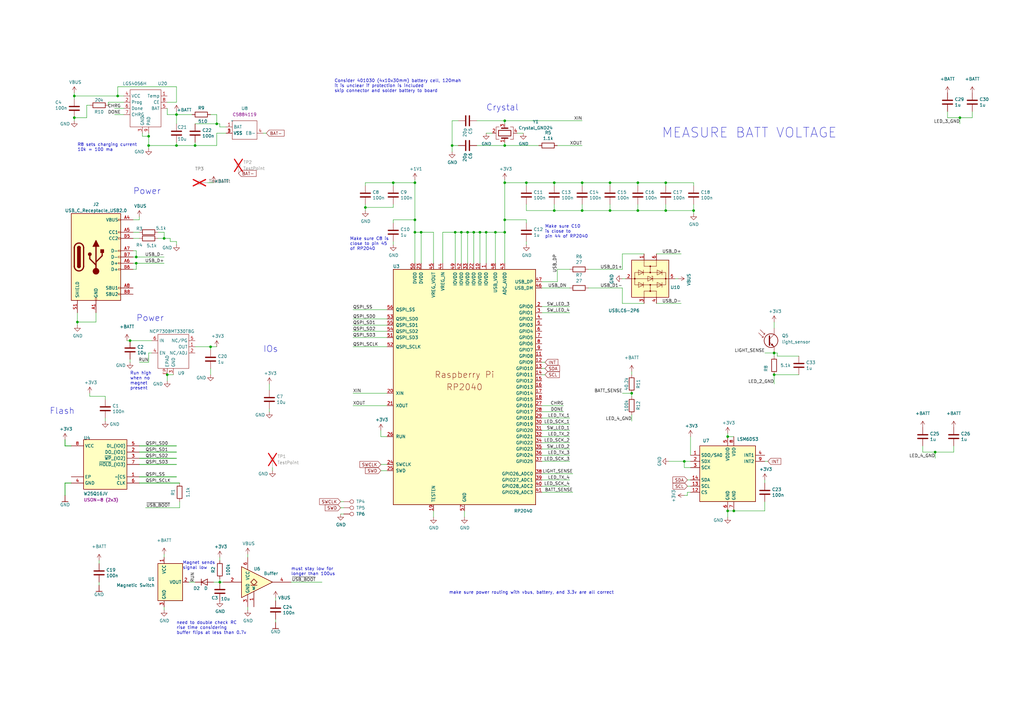
<source format=kicad_sch>
(kicad_sch (version 20231120) (generator "eeschema") (generator_version "8.0")
  (paper "A3")
  (title_block (title "RP2040 Motor Controller") (date "2022-6-1") (rev "REV1") (company "Twisted Fields LLC") (comment 1 "(license roughly means, share, modify, etc, but do not sue us)") (comment 2 "LICENSE: CERN-OHL-P"))
  (junction (at 149.86 85.09))
  (junction (at 548.64 149.86))
  (junction (at 227.33 74.93))
  (junction (at 464.82 27.94))
  (junction (at 462.28 182.88))
  (junction (at 447.04 116.84))
  (junction (at 261.62 86.36))
  (junction (at 548.64 238.76))
  (junction (at 238.76 74.93))
  (junction (at 238.76 86.36))
  (junction (at 579.12 50.8))
  (junction (at 48.26 39.37))
  (junction (at 525.78 50.8))
  (junction (at 31.75 132.08))
  (junction (at 60.96 55.88))
  (junction (at 543.56 83.82))
  (junction (at 530.86 238.76))
  (junction (at 444.5 205.74))
  (junction (at 186.69 95.25))
  (junction (at 444.5 238.76))
  (junction (at 543.56 93.98))
  (junction (at 55.88 107.95))
  (junction (at 530.86 205.74))
  (junction (at 199.39 95.25))
  (junction (at 525.78 93.98))
  (junction (at 383.54 185.42))
  (junction (at 462.28 205.74))
  (junction (at 525.78 60.96))
  (junction (at 444.5 182.88))
  (junction (at 464.82 116.84))
  (junction (at 227.33 86.36))
  (junction (at 170.18 90.17))
  (junction (at 194.31 95.25))
  (junction (at 561.34 50.8))
  (junction (at 250.19 74.93))
  (junction (at 604.52 198.12))
  (junction (at 284.48 86.36))
  (junction (at 207.01 49.53))
  (junction (at 196.85 95.25))
  (junction (at 298.45 209.55))
  (junction (at 53.34 139.7))
  (junction (at 591.82 83.82))
  (junction (at 444.5 215.9))
  (junction (at 68.58 153.67))
  (junction (at 259.08 161.29))
  (junction (at 525.78 83.82))
  (junction (at 207.01 74.93))
  (junction (at 530.86 149.86))
  (junction (at 543.56 50.8))
  (junction (at 548.64 182.88))
  (junction (at 543.56 116.84))
  (junction (at 447.04 27.94))
  (junction (at 207.01 59.69))
  (junction (at 561.34 27.94))
  (junction (at 525.78 27.94))
  (junction (at 464.82 50.8))
  (junction (at 300.99 209.55))
  (junction (at 207.01 90.17))
  (junction (at 530.86 215.9))
  (junction (at 444.5 172.72))
  (junction (at 393.7 48.26))
  (junction (at 161.29 74.93))
  (junction (at 530.86 182.88))
  (junction (at 189.23 95.25))
  (junction (at 72.39 59.69))
  (junction (at 462.28 215.9))
  (junction (at 273.05 86.36))
  (junction (at 464.82 83.82))
  (junction (at 462.28 238.76))
  (junction (at 317.5 153.67))
  (junction (at 88.9 50.8))
  (junction (at 447.04 83.82))
  (junction (at 543.56 27.94))
  (junction (at 317.5 144.78))
  (junction (at 280.67 189.23))
  (junction (at 543.56 60.96))
  (junction (at 464.82 60.96))
  (junction (at 170.18 95.25))
  (junction (at 447.04 50.8))
  (junction (at 579.12 27.94))
  (junction (at 203.2 95.25))
  (junction (at 170.18 74.93))
  (junction (at 191.77 95.25))
  (junction (at 207.01 95.25))
  (junction (at 250.19 86.36))
  (junction (at 60.96 59.69))
  (junction (at 185.42 59.69))
  (junction (at 444.5 149.86))
  (junction (at 548.64 172.72))
  (junction (at 30.48 48.26))
  (junction (at 462.28 172.72))
  (junction (at 462.28 149.86))
  (junction (at 530.86 172.72))
  (junction (at 261.62 74.93))
  (junction (at 525.78 116.84))
  (junction (at 90.17 238.76))
  (junction (at 447.04 93.98))
  (junction (at 55.88 105.41))
  (junction (at 298.45 179.07))
  (junction (at 548.64 215.9))
  (junction (at 72.39 46.99))
  (junction (at 447.04 60.96))
  (junction (at 273.05 74.93))
  (junction (at 86.36 142.24))
  (junction (at 172.72 95.25))
  (junction (at 464.82 93.98))
  (junction (at 548.64 205.74))
  (junction (at 215.9 74.93))
  (junction (at 80.01 59.69))
  (junction (at 67.31 97.79))
  (junction (at 30.48 39.37))
  (wire (pts (xy 298.45 179.07) (xy 300.99 179.07)))
  (wire (pts (xy 530.86 215.9) (xy 530.86 218.44)))
  (wire (pts (xy 170.18 74.93) (xy 170.18 90.17)))
  (wire (pts (xy 86.36 153.67) (xy 86.36 151.13)))
  (wire (pts (xy 487.68 193.04) (xy 490.22 193.04)))
  (wire (pts (xy 144.78 133.35) (xy 158.75 133.35)))
  (wire (pts (xy 447.04 48.26) (xy 447.04 50.8)))
  (wire (pts (xy 227.33 74.93) (xy 238.76 74.93)))
  (wire (pts (xy 447.04 50.8) (xy 464.82 50.8)))
  (wire (pts (xy 447.04 60.96) (xy 447.04 63.5)))
  (wire (pts (xy 515.62 162.56) (xy 515.62 175.26)))
  (wire (pts (xy 426.72 210.82) (xy 490.22 210.82)))
  (wire (pts (xy 161.29 91.44) (xy 161.29 90.17)))
  (wire (pts (xy 241.3 110.49) (xy 255.27 110.49)))
  (wire (pts (xy 454.66 104.14) (xy 457.2 104.14)))
  (wire (pts (xy 510.54 73.66) (xy 518.16 73.66)))
  (wire (pts (xy 55.88 105.41) (xy 67.31 105.41)))
  (wire (pts (xy 222.25 179.07) (xy 233.68 179.07)))
  (wire (pts (xy 533.4 104.14) (xy 535.94 104.14)))
  (wire (pts (xy 548.64 236.22) (xy 548.64 238.76)))
  (wire (pts (xy 80.01 59.69) (xy 88.9 59.69)))
  (wire (pts (xy 480.06 203.2) (xy 480.06 205.74)))
  (wire (pts (xy 177.8 95.25) (xy 172.72 95.25)))
  (wire (pts (xy 454.66 71.12) (xy 457.2 71.12)))
  (wire (pts (xy 561.34 60.96) (xy 561.34 63.5)))
  (wire (pts (xy 472.44 104.14) (xy 474.98 104.14)))
  (wire (pts (xy 464.82 27.94) (xy 464.82 30.48)))
  (wire (pts (xy 447.04 93.98) (xy 464.82 93.98)))
  (wire (pts (xy 548.64 172.72) (xy 566.42 172.72)))
  (wire (pts (xy 57.15 88.9) (xy 57.15 90.17)))
  (wire (pts (xy 510.54 86.36) (xy 574.04 86.36)))
  (wire (pts (xy 318.77 146.05) (xy 318.77 144.78)))
  (wire (pts (xy 298.45 177.8) (xy 298.45 179.07)))
  (wire (pts (xy 261.62 86.36) (xy 250.19 86.36)))
  (wire (pts (xy 77.47 238.76) (xy 80.01 238.76)))
  (wire (pts (xy 35.56 43.18) (xy 35.56 48.26)))
  (wire (pts (xy 222.25 181.61) (xy 233.68 181.61)))
  (wire (pts (xy 515.62 195.58) (xy 515.62 208.28)))
  (wire (pts (xy 298.45 209.55) (xy 298.45 212.09)))
  (wire (pts (xy 57.15 182.88) (xy 72.39 182.88)) (stroke (width 0.254)))
  (wire (pts (xy 431.8 53.34) (xy 495.3 53.34)))
  (wire (pts (xy 398.78 45.72) (xy 398.78 48.26)))
  (wire (pts (xy 429.26 175.26) (xy 492.76 175.26)))
  (wire (pts (xy 553.72 40.64) (xy 551.18 40.64)))
  (wire (pts (xy 57.15 148.59) (xy 60.96 148.59)))
  (wire (pts (xy 30.48 48.26) (xy 30.48 49.53)))
  (wire (pts (xy 317.5 157.48) (xy 317.5 153.67)))
  (wire (pts (xy 203.2 107.95) (xy 203.2 95.25)))
  (wire (pts (xy 515.62 121.92) (xy 518.16 121.92)))
  (wire (pts (xy 538.48 195.58) (xy 541.02 195.58)))
  (wire (pts (xy 599.44 195.58) (xy 599.44 198.12)))
  (wire (pts (xy 482.6 60.96) (xy 482.6 63.5)))
  (wire (pts (xy 429.26 38.1) (xy 439.42 38.1)))
  (wire (pts (xy 274.32 189.23) (xy 280.67 189.23)))
  (wire (pts (xy 215.9 99.06) (xy 215.9 100.33)))
  (wire (pts (xy 313.69 144.78) (xy 317.5 144.78)))
  (wire (pts (xy 281.94 203.2) (xy 280.67 203.2)))
  (wire (pts (xy 59.69 208.28) (xy 73.66 208.28)))
  (wire (pts (xy 57.15 195.58) (xy 72.39 195.58)) (stroke (width 0.254)))
  (wire (pts (xy 72.39 59.69) (xy 72.39 58.42)))
  (wire (pts (xy 548.64 182.88) (xy 566.42 182.88)))
  (wire (pts (xy 566.42 170.18) (xy 566.42 172.72)))
  (wire (pts (xy 472.44 226.06) (xy 469.9 226.06)))
  (wire (pts (xy 317.5 153.67) (xy 327.66 153.67)))
  (wire (pts (xy 447.04 27.94) (xy 464.82 27.94)))
  (wire (pts (xy 508 38.1) (xy 508 55.88)))
  (wire (pts (xy 238.76 86.36) (xy 227.33 86.36)))
  (wire (pts (xy 255.27 114.3) (xy 256.54 114.3)))
  (wire (pts (xy 480.06 182.88) (xy 480.06 185.42)))
  (wire (pts (xy 207.01 50.8) (xy 207.01 49.53)))
  (wire (pts (xy 255.27 104.14) (xy 264.16 104.14)))
  (wire (pts (xy 508 88.9) (xy 571.5 88.9)))
  (wire (pts (xy 528.32 172.72) (xy 530.86 172.72)))
  (wire (pts (xy 490.22 73.66) (xy 495.3 73.66)))
  (wire (pts (xy 548.64 170.18) (xy 548.64 172.72)))
  (wire (pts (xy 447.04 27.94) (xy 447.04 30.48)))
  (wire (pts (xy 144.78 135.89) (xy 158.75 135.89)))
  (wire (pts (xy 39.37 128.27) (xy 39.37 132.08)))
  (wire (pts (xy 222.25 168.91) (xy 231.14 168.91)))
  (wire (pts (xy 510.54 40.64) (xy 510.54 53.34)))
  (wire (pts (xy 393.7 48.26) (xy 398.78 48.26)))
  (wire (pts (xy 548.64 149.86) (xy 566.42 149.86)))
  (wire (pts (xy 558.8 193.04) (xy 556.26 193.04)))
  (wire (pts (xy 492.76 175.26) (xy 492.76 195.58)))
  (wire (pts (xy 88.9 46.99) (xy 88.9 50.8)))
  (wire (pts (xy 222.25 176.53) (xy 233.68 176.53)))
  (wire (pts (xy 487.68 226.06) (xy 490.22 226.06)))
  (wire (pts (xy 53.34 147.32) (xy 53.34 148.59)))
  (wire (pts (xy 462.28 149.86) (xy 480.06 149.86)))
  (wire (pts (xy 482.6 114.3) (xy 482.6 116.84)))
  (wire (pts (xy 548.64 203.2) (xy 548.64 205.74)))
  (wire (pts (xy 426.72 160.02) (xy 426.72 177.8)))
  (wire (pts (xy 31.75 132.08) (xy 39.37 132.08)))
  (wire (pts (xy 261.62 74.93) (xy 273.05 74.93)))
  (wire (pts (xy 525.78 114.3) (xy 525.78 116.84)))
  (wire (pts (xy 525.78 27.94) (xy 525.78 30.48)))
  (wire (pts (xy 464.82 27.94) (xy 482.6 27.94)))
  (wire (pts (xy 447.04 93.98) (xy 447.04 96.52)))
  (wire (pts (xy 54.61 102.87) (xy 55.88 102.87)))
  (wire (pts (xy 222.25 118.11) (xy 233.68 118.11)))
  (wire (pts (xy 156.21 176.53) (xy 156.21 179.07)))
  (wire (pts (xy 222.25 151.13) (xy 223.52 151.13)))
  (wire (pts (xy 533.4 73.66) (xy 535.94 73.66)))
  (wire (pts (xy 53.34 139.7) (xy 62.23 139.7)))
  (wire (pts (xy 284.48 83.82) (xy 284.48 86.36)))
  (wire (pts (xy 283.21 191.77) (xy 280.67 191.77)))
  (wire (pts (xy 530.86 241.3) (xy 530.86 238.76)))
  (wire (pts (xy 431.8 73.66) (xy 431.8 86.36)))
  (wire (pts (xy 530.86 203.2) (xy 530.86 205.74)))
  (wire (pts (xy 250.19 76.2) (xy 250.19 74.93)))
  (wire (pts (xy 490.22 71.12) (xy 492.76 71.12)))
  (wire (pts (xy 530.86 205.74) (xy 548.64 205.74)))
  (wire (pts (xy 543.56 93.98) (xy 543.56 96.52)))
  (wire (pts (xy 172.72 95.25) (xy 170.18 95.25)))
  (wire (pts (xy 447.04 81.28) (xy 447.04 83.82)))
  (wire (pts (xy 255.27 118.11) (xy 255.27 124.46)))
  (wire (pts (xy 543.56 48.26) (xy 543.56 50.8)))
  (wire (pts (xy 207.01 90.17) (xy 215.9 90.17)))
  (wire (pts (xy 525.78 116.84) (xy 543.56 116.84)))
  (wire (pts (xy 280.67 191.77) (xy 280.67 189.23)))
  (wire (pts (xy 196.85 95.25) (xy 199.39 95.25)))
  (wire (pts (xy 191.77 107.95) (xy 191.77 95.25)))
  (wire (pts (xy 68.58 46.99) (xy 72.39 46.99)))
  (wire (pts (xy 426.72 160.02) (xy 436.88 160.02)))
  (wire (pts (xy 596.9 27.94) (xy 596.9 30.48)))
  (wire (pts (xy 574.04 228.6) (xy 579.12 228.6)))
  (wire (pts (xy 212.09 54.61) (xy 214.63 54.61)))
  (wire (pts (xy 317.5 132.08) (xy 317.5 134.62)))
  (wire (pts (xy 464.82 83.82) (xy 482.6 83.82)))
  (wire (pts (xy 199.39 95.25) (xy 199.39 107.95)))
  (wire (pts (xy 574.04 226.06) (xy 576.58 226.06)))
  (wire (pts (xy 31.75 132.08) (xy 31.75 133.35)))
  (wire (pts (xy 462.28 149.86) (xy 462.28 152.4)))
  (wire (pts (xy 553.72 38.1) (xy 551.18 38.1)))
  (wire (pts (xy 558.8 195.58) (xy 556.26 195.58)))
  (wire (pts (xy 472.44 193.04) (xy 469.9 193.04)))
  (wire (pts (xy 222.25 153.67) (xy 223.52 153.67)))
  (wire (pts (xy 280.67 189.23) (xy 283.21 189.23)))
  (wire (pts (xy 87.63 74.93) (xy 85.09 74.93)))
  (wire (pts (xy 283.21 179.07) (xy 283.21 186.69)))
  (wire (pts (xy 378.46 185.42) (xy 383.54 185.42)))
  (wire (pts (xy 543.56 50.8) (xy 561.34 50.8)))
  (wire (pts (xy 199.39 54.61) (xy 201.93 54.61)))
  (wire (pts (xy 313.69 196.85) (xy 313.69 198.12)))
  (wire (pts (xy 68.58 41.91) (xy 72.39 41.91)))
  (wire (pts (xy 238.76 83.82) (xy 238.76 86.36)))
  (wire (pts (xy 139.7 205.74) (xy 140.97 205.74)))
  (wire (pts (xy 472.44 228.6) (xy 469.9 228.6)))
  (wire (pts (xy 144.78 138.43) (xy 158.75 138.43)))
  (wire (pts (xy 317.5 146.05) (xy 317.5 144.78)))
  (wire (pts (xy 574.04 195.58) (xy 579.12 195.58)))
  (wire (pts (xy 284.48 86.36) (xy 284.48 87.63)))
  (wire (pts (xy 80.01 58.42) (xy 80.01 59.69)))
  (wire (pts (xy 52.07 139.7) (xy 53.34 139.7)))
  (wire (pts (xy 543.56 81.28) (xy 543.56 83.82)))
  (wire (pts (xy 429.26 71.12) (xy 439.42 71.12)))
  (wire (pts (xy 261.62 83.82) (xy 261.62 86.36)))
  (wire (pts (xy 40.64 238.76) (xy 40.64 240.03)))
  (wire (pts (xy 589.28 40.64) (xy 586.74 40.64)))
  (wire (pts (xy 222.25 186.69) (xy 233.68 186.69)))
  (wire (pts (xy 530.86 149.86) (xy 530.86 152.4)))
  (wire (pts (xy 227.33 86.36) (xy 215.9 86.36)))
  (wire (pts (xy 48.26 39.37) (xy 50.8 39.37)))
  (wire (pts (xy 525.78 60.96) (xy 525.78 63.5)))
  (wire (pts (xy 464.82 60.96) (xy 482.6 60.96)))
  (wire (pts (xy 207.01 59.69) (xy 220.98 59.69)))
  (wire (pts (xy 561.34 81.28) (xy 561.34 83.82)))
  (wire (pts (xy 490.22 210.82) (xy 490.22 226.06)))
  (wire (pts (xy 194.31 95.25) (xy 196.85 95.25)))
  (wire (pts (xy 571.5 38.1) (xy 568.96 38.1)))
  (wire (pts (xy 158.75 142.24) (xy 144.78 142.24)))
  (wire (pts (xy 203.2 95.25) (xy 207.01 95.25)))
  (wire (pts (xy 60.96 59.69) (xy 60.96 60.96)))
  (wire (pts (xy 88.9 50.8) (xy 90.17 50.8)))
  (wire (pts (xy 429.26 55.88) (xy 492.76 55.88)))
  (wire (pts (xy 189.23 107.95) (xy 189.23 95.25)))
  (wire (pts (xy 495.3 53.34) (xy 495.3 73.66)))
  (wire (pts (xy 566.42 182.88) (xy 566.42 185.42)))
  (wire (pts (xy 393.7 48.26) (xy 393.7 50.8)))
  (wire (pts (xy 215.9 83.82) (xy 215.9 86.36)))
  (wire (pts (xy 510.54 40.64) (xy 518.16 40.64)))
  (wire (pts (xy 513.08 193.04) (xy 513.08 210.82)))
  (wire (pts (xy 520.7 246.38) (xy 523.24 246.38)))
  (wire (pts (xy 436.88 106.68) (xy 439.42 106.68)))
  (wire (pts (xy 67.31 95.25) (xy 67.31 97.79)))
  (wire (pts (xy 566.42 203.2) (xy 566.42 205.74)))
  (wire (pts (xy 222.25 199.39) (xy 233.68 199.39)))
  (wire (pts (xy 158.75 127) (xy 144.78 127)))
  (wire (pts (xy 604.52 198.12) (xy 609.6 198.12)))
  (wire (pts (xy 548.64 182.88) (xy 548.64 185.42)))
  (wire (pts (xy 495.3 86.36) (xy 495.3 106.68)))
  (wire (pts (xy 54.61 95.25) (xy 57.15 95.25)))
  (wire (pts (xy 604.52 198.12) (xy 604.52 200.66)))
  (wire (pts (xy 161.29 76.2) (xy 161.29 74.93)))
  (wire (pts (xy 111.76 191.77) (xy 111.76 193.04)))
  (wire (pts (xy 561.34 114.3) (xy 561.34 116.84)))
  (wire (pts (xy 492.76 88.9) (xy 492.76 104.14)))
  (wire (pts (xy 464.82 93.98) (xy 482.6 93.98)))
  (wire (pts (xy 480.06 236.22) (xy 480.06 238.76)))
  (wire (pts (xy 538.48 160.02) (xy 541.02 160.02)))
  (wire (pts (xy 207.01 74.93) (xy 215.9 74.93)))
  (wire (pts (xy 579.12 48.26) (xy 579.12 50.8)))
  (wire (pts (xy 388.62 48.26) (xy 393.7 48.26)))
  (wire (pts (xy 55.88 107.95) (xy 67.31 107.95)))
  (wire (pts (xy 215.9 74.93) (xy 227.33 74.93)))
  (wire (pts (xy 553.72 71.12) (xy 551.18 71.12)))
  (wire (pts (xy 223.52 148.59) (xy 222.25 148.59)))
  (wire (pts (xy 558.8 160.02) (xy 556.26 160.02)))
  (wire (pts (xy 313.69 209.55) (xy 300.99 209.55)))
  (wire (pts (xy 90.17 228.6) (xy 90.17 229.87)))
  (wire (pts (xy 447.04 60.96) (xy 464.82 60.96)))
  (wire (pts (xy 561.34 48.26) (xy 561.34 50.8)))
  (wire (pts (xy 571.5 55.88) (xy 571.5 71.12)))
  (wire (pts (xy 454.66 106.68) (xy 457.2 106.68)))
  (wire (pts (xy 69.85 99.06) (xy 72.39 99.06)))
  (wire (pts (xy 69.85 97.79) (xy 69.85 99.06)))
  (wire (pts (xy 568.96 73.66) (xy 574.04 73.66)))
  (wire (pts (xy 525.78 27.94) (xy 543.56 27.94)))
  (wire (pts (xy 441.96 205.74) (xy 444.5 205.74)))
  (wire (pts (xy 215.9 76.2) (xy 215.9 74.93)))
  (wire (pts (xy 172.72 107.95) (xy 172.72 95.25)))
  (wire (pts (xy 558.8 162.56) (xy 556.26 162.56)))
  (wire (pts (xy 227.33 83.82) (xy 227.33 86.36)))
  (wire (pts (xy 228.6 59.69) (xy 238.76 59.69)))
  (wire (pts (xy 60.96 55.88) (xy 60.96 59.69)))
  (wire (pts (xy 215.9 91.44) (xy 215.9 90.17)))
  (wire (pts (xy 472.44 160.02) (xy 469.9 160.02)))
  (wire (pts (xy 574.04 53.34) (xy 574.04 73.66)))
  (wire (pts (xy 579.12 175.26) (xy 579.12 195.58)))
  (wire (pts (xy 528.32 205.74) (xy 530.86 205.74)))
  (wire (pts (xy 284.48 76.2) (xy 284.48 74.93)))
  (wire (pts (xy 543.56 93.98) (xy 561.34 93.98)))
  (wire (pts (xy 520.7 228.6) (xy 523.24 228.6)))
  (wire (pts (xy 444.5 149.86) (xy 444.5 152.4)))
  (wire (pts (xy 273.05 76.2) (xy 273.05 74.93)))
  (wire (pts (xy 429.26 208.28) (xy 492.76 208.28)))
  (wire (pts (xy 548.64 149.86) (xy 548.64 152.4)))
  (wire (pts (xy 429.26 88.9) (xy 492.76 88.9)))
  (wire (pts (xy 222.25 115.57) (xy 228.6 115.57)))
  (wire (pts (xy 464.82 116.84) (xy 482.6 116.84)))
  (wire (pts (xy 515.62 162.56) (xy 523.24 162.56)))
  (wire (pts (xy 54.61 110.49) (xy 55.88 110.49)))
  (wire (pts (xy 60.96 59.69) (xy 72.39 59.69)))
  (wire (pts (xy 561.34 27.94) (xy 579.12 27.94)))
  (wire (pts (xy 513.08 160.02) (xy 523.24 160.02)))
  (wire (pts (xy 228.6 110.49) (xy 233.68 110.49)))
  (wire (pts (xy 523.24 50.8) (xy 525.78 50.8)))
  (wire (pts (xy 525.78 93.98) (xy 525.78 96.52)))
  (wire (pts (xy 596.9 73.66) (xy 596.9 76.2)))
  (wire (pts (xy 436.88 121.92) (xy 439.42 121.92)))
  (wire (pts (xy 452.12 226.06) (xy 454.66 226.06)))
  (wire (pts (xy 90.17 237.49) (xy 90.17 238.76)))
  (wire (pts (xy 530.86 170.18) (xy 530.86 172.72)))
  (wire (pts (xy 548.64 215.9) (xy 548.64 218.44)))
  (wire (pts (xy 44.45 43.18) (xy 44.45 41.91)))
  (wire (pts (xy 444.5 215.9) (xy 444.5 218.44)))
  (wire (pts (xy 298.45 209.55) (xy 300.99 209.55)))
  (wire (pts (xy 492.76 55.88) (xy 492.76 71.12)))
  (wire (pts (xy 472.44 195.58) (xy 469.9 195.58)))
  (wire (pts (xy 144.78 161.29) (xy 158.75 161.29)))
  (wire (pts (xy 29.21 198.12) (xy 26.67 198.12)) (stroke (width 0.254)))
  (wire (pts (xy 72.39 45.72) (xy 72.39 46.99)))
  (wire (pts (xy 149.86 76.2) (xy 149.86 74.93)))
  (wire (pts (xy 207.01 74.93) (xy 207.01 90.17)))
  (wire (pts (xy 462.28 236.22) (xy 462.28 238.76)))
  (wire (pts (xy 54.61 105.41) (xy 55.88 105.41)))
  (wire (pts (xy 222.25 125.73) (xy 233.68 125.73)))
  (wire (pts (xy 558.8 228.6) (xy 556.26 228.6)))
  (wire (pts (xy 447.04 127) (xy 447.04 129.54)))
  (wire (pts (xy 508 55.88) (xy 571.5 55.88)))
  (wire (pts (xy 426.72 177.8) (xy 490.22 177.8)))
  (wire (pts (xy 60.96 144.78) (xy 62.23 144.78)))
  (wire (pts (xy 444.5 236.22) (xy 444.5 238.76)))
  (wire (pts (xy 530.86 149.86) (xy 548.64 149.86)))
  (wire (pts (xy 462.28 215.9) (xy 462.28 218.44)))
  (wire (pts (xy 222.25 201.93) (xy 234.95 201.93)))
  (wire (pts (xy 222.25 184.15) (xy 233.68 184.15)))
  (wire (pts (xy 444.5 182.88) (xy 444.5 185.42)))
  (wire (pts (xy 327.66 146.05) (xy 318.77 146.05)))
  (wire (pts (xy 222.25 166.37) (xy 231.14 166.37)))
  (wire (pts (xy 139.7 210.82) (xy 140.97 210.82)))
  (wire (pts (xy 110.49 157.48) (xy 110.49 160.02)))
  (wire (pts (xy 195.58 49.53) (xy 207.01 49.53)))
  (wire (pts (xy 101.6 248.92) (xy 101.6 250.19)))
  (wire (pts (xy 530.86 215.9) (xy 548.64 215.9)))
  (wire (pts (xy 222.25 171.45) (xy 233.68 171.45)))
  (wire (pts (xy 530.86 251.46) (xy 530.86 254)))
  (wire (pts (xy 86.36 142.24) (xy 86.36 143.51)))
  (wire (pts (xy 462.28 170.18) (xy 462.28 172.72)))
  (wire (pts (xy 80.01 50.8) (xy 88.9 50.8)))
  (wire (pts (xy 429.26 195.58) (xy 436.88 195.58)))
  (wire (pts (xy 255.27 104.14) (xy 255.27 110.49)))
  (wire (pts (xy 170.18 73.66) (xy 170.18 74.93)))
  (wire (pts (xy 54.61 90.17) (xy 57.15 90.17)))
  (wire (pts (xy 533.4 106.68) (xy 535.94 106.68)))
  (wire (pts (xy 462.28 182.88) (xy 462.28 185.42)))
  (wire (pts (xy 269.24 124.46) (xy 279.4 124.46)))
  (wire (pts (xy 543.56 27.94) (xy 561.34 27.94)))
  (wire (pts (xy 144.78 130.81) (xy 158.75 130.81)))
  (wire (pts (xy 472.44 106.68) (xy 474.98 106.68)))
  (wire (pts (xy 520.7 226.06) (xy 523.24 226.06)))
  (wire (pts (xy 57.15 187.96) (xy 72.39 187.96)) (stroke (width 0.254)))
  (wire (pts (xy 429.26 195.58) (xy 429.26 208.28)))
  (wire (pts (xy 170.18 95.25) (xy 170.18 107.95)))
  (wire (pts (xy 566.42 149.86) (xy 566.42 152.4)))
  (wire (pts (xy 60.96 54.61) (xy 60.96 55.88)))
  (wire (pts (xy 543.56 60.96) (xy 561.34 60.96)))
  (wire (pts (xy 43.18 162.56) (xy 36.83 162.56)))
  (wire (pts (xy 566.42 236.22) (xy 566.42 238.76)))
  (wire (pts (xy 177.8 209.55) (xy 177.8 212.09)))
  (wire (pts (xy 464.82 60.96) (xy 464.82 63.5)))
  (wire (pts (xy 434.34 226.06) (xy 436.88 226.06)))
  (wire (pts (xy 482.6 93.98) (xy 482.6 96.52)))
  (wire (pts (xy 513.08 160.02) (xy 513.08 177.8)))
  (wire (pts (xy 508 38.1) (xy 518.16 38.1)))
  (wire (pts (xy 530.86 182.88) (xy 548.64 182.88)))
  (wire (pts (xy 452.12 228.6) (xy 454.66 228.6)))
  (wire (pts (xy 259.08 161.29) (xy 259.08 162.56)))
  (wire (pts (xy 73.66 205.74) (xy 73.66 208.28)))
  (wire (pts (xy 561.34 50.8) (xy 579.12 50.8)))
  (wire (pts (xy 525.78 93.98) (xy 543.56 93.98)))
  (wire (pts (xy 46.99 44.45) (xy 50.8 44.45)))
  (wire (pts (xy 596.9 48.26) (xy 596.9 50.8)))
  (wire (pts (xy 186.69 95.25) (xy 189.23 95.25)))
  (wire (pts (xy 80.01 142.24) (xy 86.36 142.24)))
  (wire (pts (xy 579.12 27.94) (xy 596.9 27.94)))
  (wire (pts (xy 222.25 189.23) (xy 233.68 189.23)))
  (wire (pts (xy 170.18 90.17) (xy 170.18 95.25)))
  (wire (pts (xy 68.58 153.67) (xy 71.12 153.67)))
  (wire (pts (xy 238.76 76.2) (xy 238.76 74.93)))
  (wire (pts (xy 383.54 185.42) (xy 391.16 185.42)))
  (wire (pts (xy 273.05 74.93) (xy 284.48 74.93)))
  (wire (pts (xy 561.34 93.98) (xy 561.34 96.52)))
  (wire (pts (xy 525.78 81.28) (xy 525.78 83.82)))
  (wire (pts (xy 490.22 177.8) (xy 490.22 193.04)))
  (wire (pts (xy 533.4 38.1) (xy 535.94 38.1)))
  (wire (pts (xy 589.28 38.1) (xy 586.74 38.1)))
  (wire (pts (xy 186.69 107.95) (xy 186.69 95.25)))
  (wire (pts (xy 90.17 50.8) (xy 90.17 52.07)))
  (wire (pts (xy 26.67 198.12) (xy 26.67 203.2)) (stroke (width 0.254)))
  (wire (pts (xy 110.49 167.64) (xy 110.49 168.91)))
  (wire (pts (xy 250.19 83.82) (xy 250.19 86.36)))
  (wire (pts (xy 576.58 210.82) (xy 576.58 226.06)))
  (wire (pts (xy 54.61 107.95) (xy 55.88 107.95)))
  (wire (pts (xy 67.31 248.92) (xy 67.31 250.19)))
  (wire (pts (xy 431.8 73.66) (xy 439.42 73.66)))
  (wire (pts (xy 207.01 49.53) (xy 238.76 49.53)))
  (wire (pts (xy 107.95 54.61) (xy 109.22 54.61)))
  (wire (pts (xy 579.12 50.8) (xy 596.9 50.8)))
  (wire (pts (xy 609.6 195.58) (xy 609.6 198.12)))
  (wire (pts (xy 462.28 203.2) (xy 462.28 205.74)))
  (wire (pts (xy 30.48 39.37) (xy 48.26 39.37)))
  (wire (pts (xy 533.4 40.64) (xy 535.94 40.64)))
  (wire (pts (xy 548.64 238.76) (xy 566.42 238.76)))
  (wire (pts (xy 88.9 46.99) (xy 86.36 46.99)))
  (wire (pts (xy 482.6 27.94) (xy 482.6 30.48)))
  (wire (pts (xy 48.26 35.56) (xy 48.26 39.37)))
  (wire (pts (xy 444.5 149.86) (xy 462.28 149.86)))
  (wire (pts (xy 510.54 73.66) (xy 510.54 86.36)))
  (wire (pts (xy 68.58 44.45) (xy 68.58 46.99)))
  (wire (pts (xy 591.82 83.82) (xy 596.9 83.82)))
  (wire (pts (xy 191.77 95.25) (xy 194.31 95.25)))
  (wire (pts (xy 510.54 53.34) (xy 574.04 53.34)))
  (wire (pts (xy 26.67 180.34) (xy 26.67 182.88)) (stroke (width 0.254)))
  (wire (pts (xy 452.12 195.58) (xy 454.66 195.58)))
  (wire (pts (xy 241.3 118.11) (xy 255.27 118.11)))
  (wire (pts (xy 57.15 185.42) (xy 72.39 185.42)) (stroke (width 0.254)))
  (wire (pts (xy 250.19 86.36) (xy 238.76 86.36)))
  (wire (pts (xy 101.6 227.33) (xy 101.6 228.6)))
  (wire (pts (xy 72.39 35.56) (xy 72.39 41.91)))
  (wire (pts (xy 281.94 196.85) (xy 283.21 196.85)))
  (wire (pts (xy 533.4 71.12) (xy 535.94 71.12)))
  (wire (pts (xy 113.03 246.38) (xy 113.03 245.11)))
  (wire (pts (xy 207.01 95.25) (xy 207.01 107.95)))
  (wire (pts (xy 68.58 153.67) (xy 68.58 156.21)))
  (wire (pts (xy 462.28 182.88) (xy 480.06 182.88)))
  (wire (pts (xy 452.12 160.02) (xy 454.66 160.02)))
  (wire (pts (xy 431.8 40.64) (xy 431.8 53.34)))
  (wire (pts (xy 199.39 95.25) (xy 203.2 95.25)))
  (wire (pts (xy 283.21 201.93) (xy 281.94 201.93)))
  (wire (pts (xy 189.23 95.25) (xy 191.77 95.25)))
  (wire (pts (xy 317.5 144.78) (xy 318.77 144.78)))
  (wire (pts (xy 72.39 46.99) (xy 78.74 46.99)))
  (wire (pts (xy 480.06 149.86) (xy 480.06 152.4)))
  (wire (pts (xy 273.05 86.36) (xy 284.48 86.36)))
  (wire (pts (xy 492.76 208.28) (xy 492.76 228.6)))
  (wire (pts (xy 255.27 124.46) (xy 264.16 124.46)))
  (wire (pts (xy 281.94 199.39) (xy 283.21 199.39)))
  (wire (pts (xy 48.26 35.56) (xy 72.39 35.56)))
  (wire (pts (xy 571.5 40.64) (xy 568.96 40.64)))
  (wire (pts (xy 538.48 193.04) (xy 541.02 193.04)))
  (wire (pts (xy 444.5 83.82) (xy 447.04 83.82)))
  (wire (pts (xy 538.48 228.6) (xy 541.02 228.6)))
  (wire (pts (xy 513.08 177.8) (xy 576.58 177.8)))
  (wire (pts (xy 30.48 39.37) (xy 30.48 40.64)))
  (wire (pts (xy 181.61 107.95) (xy 181.61 95.25)))
  (wire (pts (xy 269.24 104.14) (xy 279.4 104.14)))
  (wire (pts (xy 30.48 38.1) (xy 30.48 39.37)))
  (wire (pts (xy 472.44 40.64) (xy 474.98 40.64)))
  (wire (pts (xy 281.94 201.93) (xy 281.94 203.2)))
  (wire (pts (xy 530.86 182.88) (xy 530.86 185.42)))
  (wire (pts (xy 553.72 73.66) (xy 551.18 73.66)))
  (wire (pts (xy 43.18 171.45) (xy 43.18 172.72)))
  (wire (pts (xy 228.6 110.49) (xy 228.6 115.57)))
  (wire (pts (xy 487.68 195.58) (xy 492.76 195.58)))
  (wire (pts (xy 391.16 182.88) (xy 391.16 185.42)))
  (wire (pts (xy 462.28 205.74) (xy 480.06 205.74)))
  (wire (pts (xy 482.6 48.26) (xy 482.6 50.8)))
  (wire (pts (xy 530.86 172.72) (xy 548.64 172.72)))
  (wire (pts (xy 515.62 175.26) (xy 579.12 175.26)))
  (wire (pts (xy 462.28 172.72) (xy 480.06 172.72)))
  (wire (pts (xy 480.06 215.9) (xy 480.06 218.44)))
  (wire (pts (xy 525.78 83.82) (xy 543.56 83.82)))
  (wire (pts (xy 586.74 73.66) (xy 586.74 76.2)))
  (wire (pts (xy 444.5 170.18) (xy 444.5 172.72)))
  (wire (pts (xy 579.12 27.94) (xy 579.12 30.48)))
  (wire (pts (xy 139.7 208.28) (xy 140.97 208.28)))
  (wire (pts (xy 222.25 173.99) (xy 233.68 173.99)))
  (wire (pts (xy 444.5 251.46) (xy 444.5 254)))
  (wire (pts (xy 30.48 48.26) (xy 35.56 48.26)))
  (wire (pts (xy 55.88 110.49) (xy 55.88 107.95)))
  (wire (pts (xy 452.12 162.56) (xy 454.66 162.56)))
  (wire (pts (xy 250.19 74.93) (xy 261.62 74.93)))
  (wire (pts (xy 525.78 50.8) (xy 543.56 50.8)))
  (wire (pts (xy 429.26 162.56) (xy 429.26 175.26)))
  (wire (pts (xy 429.26 162.56) (xy 436.88 162.56)))
  (wire (pts (xy 187.96 59.69) (xy 185.42 59.69)))
  (wire (pts (xy 50.8 46.99) (xy 46.99 46.99)))
  (wire (pts (xy 515.62 208.28) (xy 579.12 208.28)))
  (wire (pts (xy 158.75 179.07) (xy 156.21 179.07)))
  (wire (pts (xy 429.26 71.12) (xy 429.26 88.9)))
  (wire (pts (xy 259.08 152.4) (xy 259.08 153.67)))
  (wire (pts (xy 54.61 97.79) (xy 57.15 97.79)))
  (wire (pts (xy 447.04 114.3) (xy 447.04 116.84)))
  (wire (pts (xy 426.72 193.04) (xy 426.72 210.82)))
  (wire (pts (xy 444.5 182.88) (xy 462.28 182.88)))
  (wire (pts (xy 72.39 59.69) (xy 80.01 59.69)))
  (wire (pts (xy 255.27 161.29) (xy 259.08 161.29)))
  (wire (pts (xy 158.75 166.37) (xy 144.78 166.37)))
  (wire (pts (xy 576.58 177.8) (xy 576.58 193.04)))
  (wire (pts (xy 513.08 193.04) (xy 523.24 193.04)))
  (wire (pts (xy 64.77 97.79) (xy 67.31 97.79)))
  (wire (pts (xy 60.96 144.78) (xy 60.96 148.59)))
  (wire (pts (xy 88.9 54.61) (xy 92.71 54.61)))
  (wire (pts (xy 566.42 215.9) (xy 566.42 218.44)))
  (wire (pts (xy 431.8 86.36) (xy 495.3 86.36)))
  (wire (pts (xy 472.44 71.12) (xy 474.98 71.12)))
  (wire (pts (xy 161.29 99.06) (xy 161.29 100.33)))
  (wire (pts (xy 487.68 228.6) (xy 492.76 228.6)))
  (wire (pts (xy 462.28 215.9) (xy 480.06 215.9)))
  (wire (pts (xy 515.62 104.14) (xy 518.16 104.14)))
  (wire (pts (xy 444.5 172.72) (xy 462.28 172.72)))
  (wire (pts (xy 525.78 127) (xy 525.78 129.54)))
  (wire (pts (xy 185.42 59.69) (xy 185.42 62.23)))
  (wire (pts (xy 87.63 238.76) (xy 90.17 238.76)))
  (wire (pts (xy 383.54 185.42) (xy 383.54 187.96)))
  (wire (pts (xy 525.78 48.26) (xy 525.78 50.8)))
  (wire (pts (xy 64.77 95.25) (xy 67.31 95.25)))
  (wire (pts (xy 207.01 73.66) (xy 207.01 74.93)))
  (wire (pts (xy 259.08 170.18) (xy 259.08 172.72)))
  (wire (pts (xy 57.15 198.12) (xy 73.66 198.12)) (stroke (width 0.254)))
  (wire (pts (xy 515.62 106.68) (xy 518.16 106.68)))
  (wire (pts (xy 313.69 205.74) (xy 313.69 209.55)))
  (wire (pts (xy 490.22 104.14) (xy 492.76 104.14)))
  (wire (pts (xy 149.86 74.93) (xy 161.29 74.93)))
  (wire (pts (xy 40.64 229.87) (xy 40.64 231.14)))
  (wire (pts (xy 149.86 85.09) (xy 161.29 85.09)))
  (wire (pts (xy 177.8 107.95) (xy 177.8 95.25)))
  (wire (pts (xy 90.17 52.07) (xy 92.71 52.07)))
  (wire (pts (xy 444.5 50.8) (xy 447.04 50.8)))
  (wire (pts (xy 464.82 93.98) (xy 464.82 96.52)))
  (wire (pts (xy 58.42 55.88) (xy 60.96 55.88)))
  (wire (pts (xy 72.39 99.06) (xy 72.39 100.33)))
  (wire (pts (xy 194.31 107.95) (xy 194.31 95.25)))
  (wire (pts (xy 444.5 203.2) (xy 444.5 205.74)))
  (wire (pts (xy 196.85 107.95) (xy 196.85 95.25)))
  (wire (pts (xy 447.04 116.84) (xy 464.82 116.84)))
  (wire (pts (xy 58.42 54.61) (xy 58.42 55.88)))
  (wire (pts (xy 464.82 81.28) (xy 464.82 83.82)))
  (wire (pts (xy 543.56 60.96) (xy 543.56 63.5)))
  (wire (pts (xy 227.33 76.2) (xy 227.33 74.93)))
  (wire (pts (xy 472.44 73.66) (xy 474.98 73.66)))
  (wire (pts (xy 538.48 226.06) (xy 541.02 226.06)))
  (wire (pts (xy 490.22 106.68) (xy 495.3 106.68)))
  (wire (pts (xy 86.36 142.24) (xy 88.9 142.24)))
  (wire (pts (xy 26.67 182.88) (xy 29.21 182.88)) (stroke (width 0.254)))
  (wire (pts (xy 543.56 114.3) (xy 543.56 116.84)))
  (wire (pts (xy 482.6 81.28) (xy 482.6 83.82)))
  (wire (pts (xy 88.9 54.61) (xy 88.9 59.69)))
  (wire (pts (xy 464.82 48.26) (xy 464.82 50.8)))
  (wire (pts (xy 441.96 172.72) (xy 444.5 172.72)))
  (wire (pts (xy 480.06 170.18) (xy 480.06 172.72)))
  (wire (pts (xy 515.62 195.58) (xy 523.24 195.58)))
  (wire (pts (xy 454.66 38.1) (xy 457.2 38.1)))
  (wire (pts (xy 67.31 97.79) (xy 69.85 97.79)))
  (wire (pts (xy 513.08 210.82) (xy 576.58 210.82)))
  (wire (pts (xy 67.31 227.33) (xy 67.31 228.6)))
  (wire (pts (xy 431.8 40.64) (xy 439.42 40.64)))
  (wire (pts (xy 543.56 83.82) (xy 561.34 83.82)))
  (wire (pts (xy 558.8 226.06) (xy 556.26 226.06)))
  (wire (pts (xy 185.42 49.53) (xy 185.42 59.69)))
  (wire (pts (xy 57.15 190.5) (xy 72.39 190.5)) (stroke (width 0.254)))
  (wire (pts (xy 568.96 71.12) (xy 571.5 71.12)))
  (wire (pts (xy 187.96 49.53) (xy 185.42 49.53)))
  (wire (pts (xy 452.12 193.04) (xy 454.66 193.04)))
  (wire (pts (xy 113.03 254) (xy 113.03 255.27)))
  (wire (pts (xy 238.76 74.93) (xy 250.19 74.93)))
  (wire (pts (xy 161.29 85.09) (xy 161.29 83.82)))
  (wire (pts (xy 273.05 86.36) (xy 261.62 86.36)))
  (wire (pts (xy 119.38 238.76) (xy 132.08 238.76)))
  (wire (pts (xy 586.74 83.82) (xy 591.82 83.82)))
  (wire (pts (xy 574.04 193.04) (xy 576.58 193.04)))
  (wire (pts (xy 35.56 43.18) (xy 36.83 43.18)))
  (wire (pts (xy 444.5 215.9) (xy 462.28 215.9)))
  (wire (pts (xy 444.5 238.76) (xy 462.28 238.76)))
  (wire (pts (xy 207.01 90.17) (xy 207.01 95.25)))
  (wire (pts (xy 278.13 114.3) (xy 276.86 114.3)))
  (wire (pts (xy 571.5 88.9) (xy 571.5 104.14)))
  (wire (pts (xy 530.86 236.22) (xy 530.86 238.76)))
  (wire (pts (xy 464.82 50.8) (xy 482.6 50.8)))
  (wire (pts (xy 561.34 27.94) (xy 561.34 30.48)))
  (wire (pts (xy 72.39 50.8) (xy 72.39 46.99)))
  (wire (pts (xy 31.75 128.27) (xy 31.75 132.08)))
  (wire (pts (xy 149.86 83.82) (xy 149.86 85.09)))
  (wire (pts (xy 548.64 215.9) (xy 566.42 215.9)))
  (wire (pts (xy 523.24 83.82) (xy 525.78 83.82)))
  (wire (pts (xy 591.82 83.82) (xy 591.82 86.36)))
  (wire (pts (xy 90.17 238.76) (xy 91.44 238.76)))
  (wire (pts (xy 530.86 238.76) (xy 548.64 238.76)))
  (wire (pts (xy 444.5 238.76) (xy 444.5 241.3)))
  (wire (pts (xy 261.62 76.2) (xy 261.62 74.93)))
  (wire (pts (xy 314.96 189.23) (xy 313.69 189.23)))
  (wire (pts (xy 508 71.12) (xy 508 88.9)))
  (wire (pts (xy 444.5 205.74) (xy 462.28 205.74)))
  (wire (pts (xy 462.28 238.76) (xy 480.06 238.76)))
  (wire (pts (xy 553.72 104.14) (xy 551.18 104.14)))
  (wire (pts (xy 156.21 190.5) (xy 158.75 190.5)))
  (wire (pts (xy 553.72 106.68) (xy 551.18 106.68)))
  (wire (pts (xy 156.21 193.04) (xy 158.75 193.04)))
  (wire (pts (xy 568.96 104.14) (xy 571.5 104.14)))
  (wire (pts (xy 388.62 45.72) (xy 388.62 48.26)))
  (wire (pts (xy 161.29 90.17) (xy 170.18 90.17)))
  (wire (pts (xy 426.72 193.04) (xy 436.88 193.04)))
  (wire (pts (xy 525.78 60.96) (xy 543.56 60.96)))
  (wire (pts (xy 447.04 83.82) (xy 464.82 83.82)))
  (wire (pts (xy 429.26 38.1) (xy 429.26 55.88)))
  (wire (pts (xy 273.05 83.82) (xy 273.05 86.36)))
  (wire (pts (xy 44.45 41.91) (xy 50.8 41.91)))
  (wire (pts (xy 55.88 102.87) (xy 55.88 105.41)))
  (wire (pts (xy 195.58 59.69) (xy 207.01 59.69)))
  (wire (pts (xy 508 71.12) (xy 518.16 71.12)))
  (wire (pts (xy 543.56 116.84) (xy 561.34 116.84)))
  (wire (pts (xy 436.88 104.14) (xy 439.42 104.14)))
  (wire (pts (xy 181.61 95.25) (xy 186.69 95.25)))
  (wire (pts (xy 222.25 196.85) (xy 233.68 196.85)))
  (wire (pts (xy 472.44 162.56) (xy 469.9 162.56)))
  (wire (pts (xy 222.25 194.31) (xy 234.95 194.31)))
  (wire (pts (xy 36.83 161.29) (xy 36.83 162.56)))
  (wire (pts (xy 454.66 40.64) (xy 457.2 40.64)))
  (wire (pts (xy 543.56 27.94) (xy 543.56 30.48)))
  (wire (pts (xy 464.82 114.3) (xy 464.82 116.84)))
  (wire (pts (xy 190.5 209.55) (xy 190.5 212.09)))
  (wire (pts (xy 568.96 106.68) (xy 574.04 106.68)))
  (wire (pts (xy 538.48 162.56) (xy 541.02 162.56)))
  (wire (pts (xy 222.25 128.27) (xy 233.68 128.27)))
  (wire (pts (xy 574.04 86.36) (xy 574.04 106.68)))
  (wire (pts (xy 43.18 163.83) (xy 43.18 162.56)))
  (wire (pts (xy 599.44 198.12) (xy 604.52 198.12)))
  (wire (pts (xy 548.64 205.74) (xy 566.42 205.74)))
  (wire (pts (xy 454.66 73.66) (xy 457.2 73.66)))
  (wire (pts (xy 434.34 246.38) (xy 436.88 246.38)))
  (wire (pts (xy 149.86 85.09) (xy 149.86 86.36)))
  (wire (pts (xy 434.34 228.6) (xy 436.88 228.6)))
  (wire (pts (xy 161.29 74.93) (xy 170.18 74.93)))
  (wire (pts (xy 207.01 58.42) (xy 207.01 59.69)))
  (wire (pts (xy 579.12 208.28) (xy 579.12 228.6)))
  (wire (pts (xy 472.44 38.1) (xy 474.98 38.1)))
  (wire (pts (xy 378.46 182.88) (xy 378.46 185.42)))
  (text "Make sure C8 is\nclose to pin 45\nof RP2040" (at 143.51 102.87 0) (effects (font (size 1.27 1.27)) (justify left bottom)))
  (text "Consider 401030 (4x10x30mm) battery cell, 120mah\nit is unclear if protection is included\nskip connector and solder battery to board" (at 137.16 38.1 0) (effects (font (size 1.27 1.27)) (justify left bottom)))
  (text "Power" (at 54.61 80.01 0) (effects (font (size 2.54 2.54)) (justify left bottom)))
  (text "Crystal" (at 199.39 45.72 0) (effects (font (size 2.54 2.54)) (justify left bottom)))
  (text "R8 sets charging current\n10k = 100 ma" (at 31.75 62.23 0) (effects (font (size 1.27 1.27)) (justify left bottom)))
  (text "need to double check RC\nrise time considering\nbuffer flips at less than 0.7v" (at 72.39 260.35 0) (effects (font (size 1.27 1.27)) (justify left bottom)))
  (text "IOs" (at 107.95 144.78 0) (effects (font (size 2.54 2.54)) (justify left bottom)))
  (text "must stay low for\nlonger than 100us " (at 119.38 236.22 0) (effects (font (size 1.27 1.27)) (justify left bottom)))
  (text "MEASURE BATT VOLTAGE" (at 307.34 54.61 0) (effects (font (size 4 4))))
  (text "Magnet sends\nsignal low" (at 74.93 233.68 0) (effects (font (size 1.27 1.27)) (justify left bottom)))
  (text "Make sure C10\nis close to\npin 44 of RP2040" (at 223.52 97.79 0) (effects (font (size 1.27 1.27)) (justify left bottom)))
  (text "make sure power routing with vbus, battery, and 3.3v are all correct" (at 184.15 243.84 0) (effects (font (size 1.27 1.27)) (justify left bottom)))
  (text "Run high\nwhen no\nmagnet\npresent" (at 53.34 160.02 0) (effects (font (size 1.27 1.27)) (justify left bottom)))
  (text "Power" (at 55.88 132.08 0) (effects (font (size 2.54 2.54)) (justify left bottom)))
  (text "Flash" (at 20.32 170.18 0) (effects (font (size 2.54 2.54)) (justify left bottom)))
  (label "~{USB_BOOT}" (at 129.54 238.76 180))
  (label "LED_2_GND" (at 523.24 50.8 180))
  (label "USB_D+" (at 67.31 107.95 180))
  (label "CHRG" (at 231.14 166.37 180))
  (label "RUN" (at 80.01 238.76 90))
  (label "QSPI_SCLK" (at 144.78 142.24 0))
  (label "QSPI_SD3" (at 59.69 190.5 0))
  (label "LED_SCK_2" (at 233.68 181.61 180))
  (label "LED_SCK_3" (at 436.88 104.14 180))
  (label "USB_D1+" (at 255.27 110.49 180))
  (label "LED_2_GND" (at 591.82 86.36 180))
  (label "XIN" (at 238.76 49.53 180))
  (label "QSPI_SD1" (at 144.78 133.35 0))
  (label "LED_1_GND" (at 528.32 205.74 180))
  (label "LED_4_GND" (at 259.08 172.72 180))
  (label "LED_3_GND" (at 452.12 116.84 0))
  (label "LED_2_GND" (at 523.24 83.82 180))
  (label "LED_2_GND" (at 317.5 157.48 180))
  (label "LED_3_GND" (at 444.5 83.82 180))
  (label "USB_D-" (at 279.4 124.46 180))
  (label "BATT_SENSE" (at 255.27 161.29 180))
  (label "RUN" (at 60.96 148.59 180))
  (label "USB_DP" (at 228.6 111.76 90))
  (label "QSPI_SS" (at 144.78 127 0))
  (label "QSPI_SD1" (at 59.69 185.42 0))
  (label "QSPI_SD0" (at 59.69 182.88 0))
  (label "LED_4_GND" (at 441.96 172.72 180))
  (label "LED_1_GND" (at 528.32 172.72 180))
  (label "SW_LED_4" (at 233.68 128.27 180))
  (label "SW_LED_1" (at 233.68 176.53 180))
  (label "LED_TX_1" (at 520.7 228.6 180))
  (label "LED_SCK_4" (at 434.34 226.06 180))
  (label "QSPI_SD2" (at 59.69 187.96 0))
  (label "SW_LED_3" (at 436.88 121.92 180))
  (label "LED_3_GND" (at 393.7 50.8 180))
  (label "USB_D1-" (at 255.27 118.11 180))
  (label "XOUT" (at 144.78 166.37 0))
  (label "QSPI_SD3" (at 144.78 138.43 0))
  (label "SW_LED_3" (at 233.68 125.73 180))
  (label "LED_2_GND" (at 530.86 116.84 0))
  (label "DONE" (at 49.53 46.99 180))
  (label "CHRG" (at 49.53 44.45 180))
  (label "LED_4_GND" (at 441.96 205.74 180))
  (label "XIN" (at 144.78 161.29 0))
  (label "SW_LED_2" (at 233.68 184.15 180))
  (label "BATT_SENSE" (at 234.95 201.93 180))
  (label "LED_TX_3" (at 233.68 186.69 180))
  (label "USB_D+" (at 279.4 104.14 180))
  (label "LED_3_GND" (at 444.5 50.8 180))
  (label "LIGHT_SENSE" (at 313.69 144.78 180))
  (label "LED_SCK_1" (at 520.7 226.06 180))
  (label "LED_SCK_1" (at 233.68 173.99 180))
  (label "SW_LED_2" (at 515.62 121.92 180))
  (label "SW_LED_1" (at 520.7 246.38 180))
  (label "LED_4_GND" (at 449.58 238.76 0))
  (label "XOUT" (at 238.76 59.69 180))
  (label "LED_SCK_2" (at 515.62 104.14 180))
  (label "LED_1_GND" (at 604.52 200.66 180))
  (label "LED_TX_3" (at 436.88 106.68 180))
  (label "LED_4_GND" (at 383.54 187.96 180))
  (label "LIGHT_SENSE" (at 234.95 194.31 180))
  (label "DONE" (at 231.14 168.91 180))
  (label "LED_TX_2" (at 515.62 106.68 180))
  (label "QSPI_SD2" (at 144.78 135.89 0))
  (label "LED_SCK_4" (at 233.68 199.39 180))
  (label "LED_TX_4" (at 434.34 228.6 180))
  (label "LED_TX_2" (at 233.68 179.07 180))
  (label "QSPI_SS" (at 59.69 195.58 0))
  (label "QSPI_SD0" (at 144.78 130.81 0))
  (label "USB_D-" (at 67.31 105.41 180))
  (label "~{USB_BOOT}" (at 69.85 208.28 180))
  (label "LED_SCK_3" (at 233.68 189.23 180))
  (label "LED_TX_4" (at 233.68 196.85 180))
  (label "LED_TX_1" (at 233.68 171.45 180))
  (label "USB_DN" (at 224.79 118.11 0))
  (label "SW_LED_4" (at 434.34 246.38 180))
  (label "LED_1_GND" (at 535.94 238.76 0))
  (label "QSPI_SCLK" (at 59.69 198.12 0))
  (global_label "SCL" (shape input) (at 223.52 153.67 0) (property "Intersheetrefs" "${INTERSHEET_REFS}" (effects (hide yes))))
  (global_label "SWCLK" (shape input) (at 156.21 190.5 180) (property "Intersheetrefs" "${INTERSHEET_REFS}" (effects (hide yes))))
  (global_label "BAT-" (shape input) (at 109.22 54.61 0) (property "Intersheetrefs" "${INTERSHEET_REFS}" (effects (hide yes))))
  (global_label "SWCLK" (shape input) (at 139.7 205.74 180) (property "Intersheetrefs" "${INTERSHEET_REFS}" (effects (hide yes))))
  (global_label "INT" (shape input) (at 314.96 189.23 0) (property "Intersheetrefs" "${INTERSHEET_REFS}" (effects (hide yes))))
  (global_label "SCL" (shape input) (at 281.94 199.39 180) (property "Intersheetrefs" "${INTERSHEET_REFS}" (effects (hide yes))))
  (global_label "INT" (shape input) (at 223.52 148.59 0) (property "Intersheetrefs" "${INTERSHEET_REFS}" (effects (hide yes))))
  (global_label "SWD" (shape input) (at 139.7 208.28 180) (property "Intersheetrefs" "${INTERSHEET_REFS}" (effects (hide yes))))
  (global_label "BAT-" (shape input) (at 97.79 71.12 0) (property "Intersheetrefs" "${INTERSHEET_REFS}" (effects (hide yes))))
  (global_label "SWD" (shape input) (at 156.21 193.04 180) (property "Intersheetrefs" "${INTERSHEET_REFS}" (effects (hide yes))))
  (global_label "SDA" (shape input) (at 223.52 151.13 0) (property "Intersheetrefs" "${INTERSHEET_REFS}" (effects (hide yes))))
  (global_label "SDA" (shape input) (at 281.94 196.85 180) (property "Intersheetrefs" "${INTERSHEET_REFS}" (effects (hide yes))))
  (symbol (lib_id "earring:SK9822") (at 548.64 195.58 0) (unit 1)
    (property "Reference" "U21" (at 548.2941 186.055 0) (effects (justify left)))
    (property "Value" "~" (at 542.29 190.5 0))
    (property "Footprint" "parts:LED-SK9822-EC20" (effects (hide yes)))
  )
  (symbol (lib_id "power:+3V3") (at 317.5 132.08 0) (unit 1)
    (property "Reference" "#PWR050" (effects (hide yes)))
    (property "Value" "+3V3" (at 317.881 127.6858 0))
  )
  (symbol (lib_id "earring:SK9822") (at 561.34 73.66 0) (unit 1)
    (property "Reference" "U36" (at 560.9941 64.135 0) (effects (justify left)))
    (property "Value" "~" (at 554.99 68.58 0))
    (property "Footprint" "parts:LED-SK9822-EC20" (effects (hide yes)))
  )
  (symbol (lib_id "Device:C") (at 284.48 80.01 0) (unit 1)
    (property "Reference" "C18" (at 287.401 78.8416 0) (effects (justify left)))
    (property "Value" "100n" (at 287.401 81.153 0) (effects (justify left)))
    (property "Footprint" "Capacitor_SMD:C_0402_1005Metric" (effects (hide yes)))
    (property "LCSC" "C60474" (effects (hide yes)))
  )
  (symbol (lib_id "earring:SK9822") (at 444.5 228.6 0) (unit 1)
    (property "Reference" "U45" (at 444.1541 219.075 0) (effects (justify left)))
    (property "Value" "~" (at 438.15 223.52 0))
    (property "Footprint" "parts:LED-SK9822-EC20" (effects (hide yes)))
  )
  (symbol (lib_id "power:GND") (at 43.18 172.72 0) (unit 1)
    (property "Reference" "#PWR07" (effects (hide yes)))
    (property "Value" "GND" (at 46.99 173.99 0))
  )
  (symbol (lib_id "Femto_module-altium-import:GND") (at 113.03 255.27 0) (unit 1)
    (property "Reference" "#PWR048" (effects (hide yes)))
    (property "Value" "GND" (at 113.03 259.08 0))
  )
  (symbol (lib_id "Device:C") (at 86.36 147.32 0) (unit 1)
    (property "Reference" "C20" (at 89.281 146.1516 0) (effects (justify left)))
    (property "Value" "1u" (at 89.281 148.463 0) (effects (justify left)))
    (property "Footprint" "Capacitor_SMD:C_0402_1005Metric" (effects (hide yes)))
    (property "LCSC" "C29266" (effects (hide yes)))
  )
  (symbol (lib_id "earring:SK9822") (at 566.42 228.6 0) (unit 1)
    (property "Reference" "U52" (at 566.0741 219.075 0) (effects (justify left)))
    (property "Value" "~" (at 560.07 223.52 0))
    (property "Footprint" "parts:LED-SK9822-EC20" (effects (hide yes)))
  )
  (symbol (lib_id "Device:C") (at 273.05 80.01 0) (unit 1)
    (property "Reference" "C17" (at 275.971 78.8416 0) (effects (justify left)))
    (property "Value" "100n" (at 275.971 81.153 0) (effects (justify left)))
    (property "Footprint" "Capacitor_SMD:C_0402_1005Metric" (effects (hide yes)))
    (property "LCSC" "C60474" (effects (hide yes)))
  )
  (symbol (lib_id "power:GND") (at 67.31 250.19 0) (unit 1)
    (property "Reference" "#PWR016" (effects (hide yes)))
    (property "Value" "GND" (at 67.437 254.5842 0))
  )
  (symbol (lib_id "Device:R") (at 73.66 201.93 0) (unit 1)
    (property "Reference" "R1" (at 70.9422 201.93 90))
    (property "Value" "1.1k" (at 77.0636 201.93 90))
    (property "Footprint" "Resistor_SMD:R_0402_1005Metric" (effects (hide yes)))
    (property "LCSC" "C325543" (effects (hide yes)))
  )
  (symbol (lib_id "Device:Q_NMOS_GSD") (at 444.5 121.92 0) (unit 1)
    (property "Reference" "Q1" (at 450.85 120.65 0) (effects (justify left)))
    (property "Value" "NMOS 20V 0.75A 500mΩ@4.5V" (at 450.85 123.19 0) (effects (justify left)))
    (property "Footprint" "Package_DFN_QFN:Diodes_DFN1006-3" (effects (hide yes)))
    (property "LCSC" "C504098" (effects (hide yes)))
  )
  (symbol (lib_id "Connector:TestPoint") (at 97.79 71.12 0) (unit 1) (in_bom no) (dnp yes)
    (property "Reference" "TP2" (at 99.695 66.5479 0) (effects (justify left)))
    (property "Value" "TestPoint" (at 99.695 69.0879 0) (effects (justify left)))
    (property "Footprint" "TestPoint:TestPoint_Pad_2.0x2.0mm" (effects (hide yes)))
    (property "LCSC" "C238130" (effects (hide yes)))
  )
  (symbol (lib_id "earring:SK9822") (at 525.78 106.68 0) (unit 1)
    (property "Reference" "U41" (at 525.4341 97.155 0) (effects (justify left)))
    (property "Value" "~" (at 519.43 101.6 0))
    (property "Footprint" "parts:LED-SK9822-EC20" (effects (hide yes)))
  )
  (symbol (lib_id "earring:SK9822") (at 561.34 40.64 0) (unit 1)
    (property "Reference" "U29" (at 560.9941 31.115 0) (effects (justify left)))
    (property "Value" "~" (at 554.99 35.56 0))
    (property "Footprint" "parts:LED-SK9822-EC20" (effects (hide yes)))
  )
  (symbol (lib_id "Device:C") (at 313.69 201.93 0) (unit 1)
    (property "Reference" "C23" (at 316.611 200.7616 0) (effects (justify left)))
    (property "Value" "100n" (at 316.611 203.073 0) (effects (justify left)))
    (property "Footprint" "Capacitor_SMD:C_0402_1005Metric" (effects (hide yes)))
    (property "LCSC" "C60474" (effects (hide yes)))
  )
  (symbol (lib_id "power:+3V3") (at 26.67 180.34 0) (unit 1)
    (property "Reference" "#PWR012" (effects (hide yes)))
    (property "Value" "+3V3" (at 27.051 175.9458 0))
  )
  (symbol (lib_id "power:+BATT") (at 67.31 227.33 0) (unit 1)
    (property "Reference" "#PWR05" (effects (hide yes)))
    (property "Value" "+BATT" (at 67.31 221.615 0))
  )
  (symbol (lib_id "earring:SK9822") (at 447.04 73.66 0) (unit 1)
    (property "Reference" "U31" (at 446.6941 64.135 0) (effects (justify left)))
    (property "Value" "~" (at 440.69 68.58 0))
    (property "Footprint" "parts:LED-SK9822-EC20" (effects (hide yes)))
  )
  (symbol (lib_id "earring:SK9822") (at 530.86 162.56 0) (unit 1)
    (property "Reference" "U16" (at 530.5141 153.035 0) (effects (justify left)))
    (property "Value" "~" (at 524.51 157.48 0))
    (property "Footprint" "parts:LED-SK9822-EC20" (effects (hide yes)))
  )
  (symbol (lib_id "power:+BATT") (at 447.04 27.94 0) (unit 1)
    (property "Reference" "#PWR067" (effects (hide yes)))
    (property "Value" "+BATT" (at 441.96 27.305 0))
  )
  (symbol (lib_id "power:GND") (at 274.32 189.23 270) (unit 1)
    (property "Reference" "#PWR027" (effects (hide yes)))
    (property "Value" "GND" (at 270.51 189.23 0))
  )
  (symbol (lib_id "power:GND") (at 214.63 54.61 0) (unit 1)
    (property "Reference" "#PWR023" (effects (hide yes)))
    (property "Value" "GND" (at 214.757 59.0042 0))
  )
  (symbol (lib_id "power:+BATT") (at 72.39 45.72 0) (unit 1)
    (property "Reference" "#PWR042" (effects (hide yes)))
    (property "Value" "+BATT" (at 75.565 45.085 0))
  )
  (symbol (lib_id "Femto_module-altium-import:GND") (at 40.64 240.03 0) (unit 1)
    (property "Reference" "#PWR01" (effects (hide yes)))
    (property "Value" "GND" (at 40.64 243.84 0))
  )
  (symbol (lib_id "Femto_module-altium-import:0_ICC_WBD_W25Q64_SOIC_WSON_USON") (at 34.29 180.34 0) (unit 1)
    (property "Reference" "U4" (at 34.29 180.34 0) (effects (justify left bottom)))
    (property "Value" "W25Q16JV" (at 34.29 203.2 0) (effects (justify left bottom)))
    (property "Footprint" "parts:IC_W25Q16JVUXIQ_TR" (effects (hide yes)))
    (property "COMPONENT TYPE" "IC" (effects (hide yes)))
    (property "MANUFACTURER" "Winbond Electronics" (effects (hide yes)))
    (property "MOUNTING TYPE" "SMD" (effects (hide yes)))
    (property "MPN" "W25Q16JVUXIQ" (effects (hide yes)))
    (property "OPERATING TEMPERATURE" "-40°C to +85°C" (effects (hide yes)))
    (property "PACKAGE" "USON-8 (2x3)" (at 34.29 205.74 0) (effects (justify left bottom)))
    (property "SPECIFICATION" "Serial Flash memory, 16Mbit, standard-, dual-, Quad- SPI interface, 133MHz, USON 2x3mm package" (effects (hide yes)))
    (property "ALTIUM_VALUE" "W25Q16JV" (effects (hide yes)))
    (property "SUPPLIER 3" "Mouser" (effects (hide yes)))
    (property "LCSC" "C2843335" (effects (hide yes)))
    (property "SUPPLIER PART NUMBER 3" "454-W25Q16JVUXIQTR" (effects (hide yes)))
  )
  (symbol (lib_id "earring:SK9822") (at 530.86 228.6 0) (unit 1)
    (property "Reference" "U48" (at 530.5141 219.075 0) (effects (justify left)))
    (property "Value" "~" (at 524.51 223.52 0))
    (property "Footprint" "parts:LED-SK9822-EC20" (effects (hide yes)))
  )
  (symbol (lib_id "Device:R") (at 40.64 43.18 90) (unit 1)
    (property "Reference" "R10" (at 40.64 45.8978 90))
    (property "Value" "20k" (at 40.64 41.0464 90))
    (property "Footprint" "Resistor_SMD:R_0402_1005Metric" (effects (hide yes)))
    (property "LCSC" "C25765" (effects (hide yes)))
  )
  (symbol (lib_id "Device:R") (at 237.49 110.49 270) (unit 1)
    (property "Reference" "R6" (at 237.49 105.2322 90))
    (property "Value" "27" (at 237.49 107.5436 90))
    (property "Footprint" "Resistor_SMD:R_0402_1005Metric" (effects (hide yes)))
    (property "LCSC" "C138021" (effects (hide yes)))
  )
  (symbol (lib_id "Device:C") (at 215.9 95.25 0) (unit 1)
    (property "Reference" "C12" (at 218.821 94.0816 0) (effects (justify left)))
    (property "Value" "1u" (at 218.821 96.393 0) (effects (justify left)))
    (property "Footprint" "Capacitor_SMD:C_0402_1005Metric" (effects (hide yes)))
    (property "LCSC" "C29266" (effects (hide yes)))
  )
  (symbol (lib_id "Device:C") (at 161.29 80.01 0) (unit 1)
    (property "Reference" "C9" (at 164.211 78.8416 0) (effects (justify left)))
    (property "Value" "100n" (at 164.211 81.153 0) (effects (justify left)))
    (property "Footprint" "Capacitor_SMD:C_0402_1005Metric" (effects (hide yes)))
    (property "LCSC" "C60474" (effects (hide yes)))
  )
  (symbol (lib_id "Device:Q_NMOS_GSD") (at 441.96 246.38 0) (unit 1)
    (property "Reference" "Q3" (at 448.31 245.11 0) (effects (justify left)))
    (property "Value" "NMOS 20V 0.75A 500mΩ@4.5V" (at 448.31 247.65 0) (effects (justify left)))
    (property "Footprint" "Package_DFN_QFN:Diodes_DFN1006-3" (effects (hide yes)))
    (property "LCSC" "C504098" (effects (hide yes)))
  )
  (symbol (lib_id "Device:C") (at 250.19 80.01 0) (unit 1)
    (property "Reference" "C15" (at 253.111 78.8416 0) (effects (justify left)))
    (property "Value" "100n" (at 253.111 81.153 0) (effects (justify left)))
    (property "Footprint" "Capacitor_SMD:C_0402_1005Metric" (effects (hide yes)))
    (property "LCSC" "C60474" (effects (hide yes)))
  )
  (symbol (lib_id "power:+BATT") (at 599.44 187.96 0) (unit 1)
    (property "Reference" "#PWR054" (effects (hide yes)))
    (property "Value" "+BATT" (at 599.44 182.245 0))
  )
  (symbol (lib_id "power:VBUS") (at 57.15 88.9 0) (unit 1)
    (property "Reference" "#PWR03" (effects (hide yes)))
    (property "Value" "VBUS" (at 57.531 84.5058 0))
  )
  (symbol (lib_id "earring:SK9822") (at 543.56 106.68 0) (unit 1)
    (property "Reference" "U42" (at 543.2141 97.155 0) (effects (justify left)))
    (property "Value" "~" (at 537.21 101.6 0))
    (property "Footprint" "parts:LED-SK9822-EC20" (effects (hide yes)))
  )
  (symbol (lib_id "power:GND") (at 90.17 246.38 0) (unit 1)
    (property "Reference" "#PWR024" (effects (hide yes)))
    (property "Value" "GND" (at 90.297 250.7742 0))
  )
  (symbol (lib_id "power:+3V3") (at 283.21 179.07 0) (unit 1)
    (property "Reference" "#PWR035" (effects (hide yes)))
    (property "Value" "+3V3" (at 283.591 174.6758 0))
  )
  (symbol (lib_id "power:GND") (at 60.96 60.96 0) (unit 1)
    (property "Reference" "#PWR040" (effects (hide yes)))
    (property "Value" "GND" (at 57.15 62.23 0))
  )
  (symbol (lib_id "earring:SK9822") (at 462.28 228.6 0) (unit 1)
    (property "Reference" "U46" (at 461.9341 219.075 0) (effects (justify left)))
    (property "Value" "~" (at 455.93 223.52 0))
    (property "Footprint" "parts:LED-SK9822-EC20" (effects (hide yes)))
  )
  (symbol (lib_id "earring:SK9822") (at 464.82 40.64 0) (unit 1)
    (property "Reference" "U25" (at 467.0141 31.115 0) (effects (justify left)))
    (property "Value" "~" (at 458.47 35.56 0))
    (property "Footprint" "parts:LED-SK9822-EC20" (effects (hide yes)))
  )
  (symbol (lib_id "power:+BATT") (at 530.86 215.9 0) (unit 1)
    (property "Reference" "#PWR079" (effects (hide yes)))
    (property "Value" "+BATT" (at 525.78 215.265 0))
  )
  (symbol (lib_id "Device:Q_NMOS_GSD") (at 528.32 246.38 0) (unit 1)
    (property "Reference" "Q4" (at 534.67 245.11 0) (effects (justify left)))
    (property "Value" "NMOS 20V 0.75A 500mΩ@4.5V" (at 534.67 247.65 0) (effects (justify left)))
    (property "Footprint" "Package_DFN_QFN:Diodes_DFN1006-3" (effects (hide yes)))
    (property "LCSC" "C504098" (effects (hide yes)))
  )
  (symbol (lib_id "Device:R") (at 317.5 149.86 0) (unit 1)
    (property "Reference" "R8" (at 314.1472 151.13 90))
    (property "Value" "5.1k" (at 322.1736 149.86 0))
    (property "Footprint" "Resistor_SMD:R_0402_1005Metric" (effects (hide yes)))
    (property "LCSC" "C25905" (effects (hide yes)))
  )
  (symbol (lib_id "earring:SK9822") (at 480.06 162.56 0) (unit 1)
    (property "Reference" "U12" (at 479.7141 153.035 0) (effects (justify left)))
    (property "Value" "~" (at 473.71 157.48 0))
    (property "Footprint" "parts:LED-SK9822-EC20" (effects (hide yes)))
  )
  (symbol (lib_id "Device:R") (at 82.55 46.99 270) (unit 1)
    (property "Reference" "R9" (at 82.55 44.2722 90))
    (property "Value" "510" (at 83.185 49.7586 90))
    (property "Footprint" "Resistor_SMD:R_0402_1005Metric" (effects (hide yes)))
    (property "LCSC" "C137860" (effects (hide yes)))
  )
  (symbol (lib_id "Device:C") (at 398.78 41.91 0) (unit 1)
    (property "Reference" "C30" (at 401.701 40.7416 0) (effects (justify left)))
    (property "Value" "1u" (at 401.701 43.053 0) (effects (justify left)))
    (property "Footprint" "Capacitor_SMD:C_0402_1005Metric" (effects (hide yes)))
    (property "LCSC" "C29266" (effects (hide yes)))
  )
  (symbol (lib_id "earring:SK9822") (at 447.04 106.68 0) (unit 1)
    (property "Reference" "U38" (at 446.6941 97.155 0) (effects (justify left)))
    (property "Value" "~" (at 440.69 101.6 0))
    (property "Footprint" "parts:LED-SK9822-EC20" (effects (hide yes)))
  )
  (symbol (lib_id "power:GND") (at 525.78 129.54 0) (unit 1)
    (property "Reference" "#PWR080" (effects (hide yes)))
    (property "Value" "GND" (at 525.907 133.9342 0))
  )
  (symbol (lib_id "power:+BATT") (at 447.04 93.98 0) (unit 1)
    (property "Reference" "#PWR069" (effects (hide yes)))
    (property "Value" "+BATT" (at 441.96 93.345 0))
  )
  (symbol (lib_id "Device:C") (at 30.48 44.45 0) (unit 1)
    (property "Reference" "C4" (at 22.606 42.0116 0) (effects (justify left)))
    (property "Value" "100n" (at 22.606 44.323 0) (effects (justify left)))
    (property "Footprint" "Capacitor_SMD:C_0402_1005Metric" (effects (hide yes)))
    (property "LCSC" "C60474" (effects (hide yes)))
  )
  (symbol (lib_id "power:GND") (at 215.9 100.33 0) (unit 1)
    (property "Reference" "#PWR033" (effects (hide yes)))
    (property "Value" "GND" (at 216.027 104.7242 0))
  )
  (symbol (lib_id "power:+BATT") (at 525.78 60.96 0) (unit 1)
    (property "Reference" "#PWR075" (effects (hide yes)))
    (property "Value" "+BATT" (at 520.7 60.325 0))
  )
  (symbol (lib_id "Device:C") (at 391.16 179.07 0) (unit 1)
    (property "Reference" "C26" (at 394.081 177.9016 0) (effects (justify left)))
    (property "Value" "1u" (at 394.081 180.213 0) (effects (justify left)))
    (property "Footprint" "Capacitor_SMD:C_0402_1005Metric" (effects (hide yes)))
    (property "LCSC" "C29266" (effects (hide yes)))
  )
  (symbol (lib_id "power:+BATT") (at 398.78 38.1 0) (unit 1)
    (property "Reference" "#PWR060" (effects (hide yes)))
    (property "Value" "+BATT" (at 398.78 32.385 0))
  )
  (symbol (lib_id "Device:C") (at 327.66 149.86 0) (unit 1)
    (property "Reference" "C33" (at 330.581 148.6916 0) (effects (justify left)))
    (property "Value" "1u" (at 330.581 151.003 0) (effects (justify left)))
    (property "Footprint" "Capacitor_SMD:C_0402_1005Metric" (effects (hide yes)))
    (property "LCSC" "C29266" (effects (hide yes)))
  )
  (symbol (lib_id "Device:C") (at 43.18 167.64 0) (unit 1)
    (property "Reference" "C1" (at 46.101 166.4716 0) (effects (justify left)))
    (property "Value" "100n" (at 46.101 168.783 0) (effects (justify left)))
    (property "Footprint" "Capacitor_SMD:C_0402_1005Metric" (effects (hide yes)))
    (property "LCSC" "C60474" (effects (hide yes)))
  )
  (symbol (lib_id "earring:SK9822") (at 444.5 195.58 0) (unit 1)
    (property "Reference" "U13" (at 444.1541 186.055 0) (effects (justify left)))
    (property "Value" "~" (at 438.15 190.5 0))
    (property "Footprint" "parts:LED-SK9822-EC20" (effects (hide yes)))
  )
  (symbol (lib_id "power:+BATT") (at 378.46 175.26 0) (unit 1)
    (property "Reference" "#PWR051" (effects (hide yes)))
    (property "Value" "+BATT" (at 378.46 169.545 0))
  )
  (symbol (lib_id "power:GND") (at 199.39 54.61 0) (unit 1)
    (property "Reference" "#PWR017" (effects (hide yes)))
    (property "Value" "GND" (at 199.517 59.0042 0))
  )
  (symbol (lib_id "Device:C") (at 40.64 234.95 0) (unit 1)
    (property "Reference" "C19" (at 43.561 233.7816 0) (effects (justify left)))
    (property "Value" "100n" (at 43.561 236.093 0) (effects (justify left)))
    (property "Footprint" "Capacitor_SMD:C_0402_1005Metric" (effects (hide yes)))
    (property "LCSC" "C60474" (effects (hide yes)))
  )
  (symbol (lib_id "earring:NCP730") (at 71.12 142.24 0) (unit 1)
    (property "Reference" "U9" (at 74.295 153.035 0))
    (property "Value" "NCP730BMT330TBG" (at 70.485 135.89 0))
    (property "Footprint" "parts:WDFN-6-2x2" (effects (hide yes)))
    (property "LCSC" "C892821" (effects (hide yes)))
  )
  (symbol (lib_id "Device:C") (at 238.76 80.01 0) (unit 1)
    (property "Reference" "C14" (at 241.681 78.8416 0) (effects (justify left)))
    (property "Value" "100n" (at 241.681 81.153 0) (effects (justify left)))
    (property "Footprint" "Capacitor_SMD:C_0402_1005Metric" (effects (hide yes)))
    (property "LCSC" "C60474" (effects (hide yes)))
  )
  (symbol (lib_id "power:+3V3") (at 280.67 203.2 90) (unit 1)
    (property "Reference" "#PWR037" (effects (hide yes)))
    (property "Value" "+3V3" (at 276.2758 203.454 0))
  )
  (symbol (lib_id "earring:SK9822") (at 444.5 162.56 0) (unit 1)
    (property "Reference" "U5" (at 444.1541 153.035 0) (effects (justify left)))
    (property "Value" "~" (at 438.15 157.48 0))
    (property "Footprint" "parts:LED-SK9822-EC20" (effects (hide yes)))
  )
  (symbol (lib_id "earring:SK9822") (at 525.78 73.66 0) (unit 1)
    (property "Reference" "U34" (at 525.4341 64.135 0) (effects (justify left)))
    (property "Value" "~" (at 519.43 68.58 0))
    (property "Footprint" "parts:LED-SK9822-EC20" (effects (hide yes)))
  )
  (symbol (lib_id "earring:SK9822") (at 482.6 73.66 0) (unit 1)
    (property "Reference" "U33" (at 482.2541 64.135 0) (effects (justify left)))
    (property "Value" "~" (at 476.25 68.58 0))
    (property "Footprint" "parts:LED-SK9822-EC20" (effects (hide yes)))
  )
  (symbol (lib_id "Device:C") (at 110.49 163.83 0) (unit 1)
    (property "Reference" "C7" (at 113.411 162.6616 0) (effects (justify left)))
    (property "Value" "10u" (at 113.411 164.973 0) (effects (justify left)))
    (property "Footprint" "Capacitor_SMD:C_0402_1005Metric" (effects (hide yes)))
    (property "LCSC" "C315248" (effects (hide yes)))
  )
  (symbol (lib_id "Connector:USB_C_Receptacle_USB2.0") (at 39.37 105.41 0) (unit 1)
    (property "Reference" "J2" (at 39.37 83.82 0))
    (property "Value" "USB_C_Receptacle_USB2.0" (at 39.37 86.36 0))
    (property "Footprint" "parts:USB-C-TH_GT-USB-7055" (effects (hide yes)))
    (property "Datasheet" "https://www.usb.org/sites/default/files/documents/usb_type-c.zip" (effects (hide yes)))
    (property "LCSC" "C2686963" (effects (hide yes)))
  )
  (symbol (lib_id "power:+3V3") (at 313.69 196.85 0) (unit 1)
    (property "Reference" "#PWR043" (effects (hide yes)))
    (property "Value" "+3V3" (at 314.071 192.4558 0))
  )
  (symbol (lib_id "power:+1V1") (at 170.18 73.66 0) (unit 1)
    (property "Reference" "#PWR029" (effects (hide yes)))
    (property "Value" "+1V1" (at 170.561 69.2658 0))
  )
  (symbol (lib_id "power:GND") (at 530.86 254 0) (unit 1)
    (property "Reference" "#PWR081" (effects (hide yes)))
    (property "Value" "GND" (at 530.987 258.3942 0))
  )
  (symbol (lib_id "power:+BATT") (at 586.74 73.66 0) (unit 1)
    (property "Reference" "#PWR062" (effects (hide yes)))
    (property "Value" "+BATT" (at 586.74 67.945 0))
  )
  (symbol (lib_id "power:+BATT") (at 87.63 74.93 0) (unit 1)
    (property "Reference" "#PWR066" (effects (hide yes)))
    (property "Value" "+BATT" (at 90.805 74.295 0))
  )
  (symbol (lib_id "earring:SK9822") (at 579.12 40.64 0) (unit 1)
    (property "Reference" "U30" (at 578.7741 31.115 0) (effects (justify left)))
    (property "Value" "~" (at 572.77 35.56 0))
    (property "Footprint" "parts:LED-SK9822-EC20" (effects (hide yes)))
  )
  (symbol (lib_id "Connector:TestPoint") (at 140.97 205.74 270) (unit 1)
    (property "Reference" "TP4" (at 146.05 205.7399 90) (effects (justify left)))
    (property "Value" "TestPoint" (effects (hide yes)))
    (property "Footprint" "TestPoint:TestPoint_Pad_1.0x1.0mm" (effects (hide yes)))
    (property "Description" "test point" (effects (hide yes)))
  )
  (symbol (lib_id "earring:SK9822") (at 530.86 195.58 0) (unit 1)
    (property "Reference" "U19" (at 530.5141 186.055 0) (effects (justify left)))
    (property "Value" "~" (at 524.51 190.5 0))
    (property "Footprint" "parts:LED-SK9822-EC20" (effects (hide yes)))
  )
  (symbol (lib_id "earring:SK9822") (at 447.04 40.64 0) (unit 1)
    (property "Reference" "U24" (at 449.2341 31.115 0) (effects (justify left)))
    (property "Value" "SK9822-EC20" (effects (hide yes)))
    (property "Footprint" "parts:LED-SK9822-EC20" (effects (hide yes)))
  )
  (symbol (lib_id "Device:C") (at 80.01 54.61 0) (unit 1)
    (property "Reference" "C22" (at 82.931 53.4416 0) (effects (justify left)))
    (property "Value" "100n" (at 82.931 55.753 0) (effects (justify left)))
    (property "Footprint" "Capacitor_SMD:C_0402_1005Metric" (effects (hide yes)))
    (property "LCSC" "C60474" (effects (hide yes)))
  )
  (symbol (lib_id "power:GND") (at 255.27 114.3 270) (unit 1)
    (property "Reference" "#PWR045" (effects (hide yes)))
    (property "Value" "GND" (at 250.8758 114.427 0))
  )
  (symbol (lib_id "power:+BATT") (at 259.08 152.4 0) (unit 1)
    (property "Reference" "#PWR053" (effects (hide yes)))
    (property "Value" "+BATT" (at 259.08 146.685 0))
  )
  (symbol (lib_id "Device:C") (at 599.44 191.77 0) (unit 1)
    (property "Reference" "C27" (at 602.361 190.6016 0) (effects (justify left)))
    (property "Value" "1u" (at 602.361 192.913 0) (effects (justify left)))
    (property "Footprint" "Capacitor_SMD:C_0402_1005Metric" (effects (hide yes)))
    (property "LCSC" "C29266" (effects (hide yes)))
  )
  (symbol (lib_id "Device:C") (at 378.46 179.07 0) (unit 1)
    (property "Reference" "C25" (at 381.381 177.9016 0) (effects (justify left)))
    (property "Value" "1u" (at 381.381 180.213 0) (effects (justify left)))
    (property "Footprint" "Capacitor_SMD:C_0402_1005Metric" (effects (hide yes)))
    (property "LCSC" "C29266" (effects (hide yes)))
  )
  (symbol (lib_id "earring:SK9822") (at 480.06 228.6 0) (unit 1)
    (property "Reference" "U47" (at 479.7141 219.075 0) (effects (justify left)))
    (property "Value" "~" (at 473.71 223.52 0))
    (property "Footprint" "parts:LED-SK9822-EC20" (effects (hide yes)))
  )
  (symbol (lib_id "power:GND") (at 101.6 250.19 0) (unit 1)
    (property "Reference" "#PWR018" (effects (hide yes)))
    (property "Value" "GND" (at 101.727 254.5842 0))
  )
  (symbol (lib_id "power:+BATT") (at 52.07 139.7 0) (unit 1)
    (property "Reference" "#PWR08" (effects (hide yes)))
    (property "Value" "+BATT" (at 52.07 133.985 0))
  )
  (symbol (lib_id "Device:C") (at 149.86 80.01 0) (unit 1)
    (property "Reference" "C8" (at 152.781 78.8416 0) (effects (justify left)))
    (property "Value" "100n" (at 152.781 81.153 0) (effects (justify left)))
    (property "Footprint" "Capacitor_SMD:C_0402_1005Metric" (effects (hide yes)))
    (property "LCSC" "C60474" (effects (hide yes)))
  )
  (symbol (lib_id "power:+BATT") (at 391.16 175.26 0) (unit 1)
    (property "Reference" "#PWR052" (effects (hide yes)))
    (property "Value" "+BATT" (at 391.16 169.545 0))
  )
  (symbol (lib_id "earring:SK9822") (at 462.28 195.58 0) (unit 1)
    (property "Reference" "U14" (at 461.9341 186.055 0) (effects (justify left)))
    (property "Value" "~" (at 455.93 190.5 0))
    (property "Footprint" "parts:LED-SK9822-EC20" (effects (hide yes)))
  )
  (symbol (lib_id "earring:SK9822") (at 543.56 40.64 0) (unit 1)
    (property "Reference" "U28" (at 543.2141 31.115 0) (effects (justify left)))
    (property "Value" "~" (at 537.21 35.56 0))
    (property "Footprint" "parts:LED-SK9822-EC20" (effects (hide yes)))
  )
  (symbol (lib_id "Device:C") (at 227.33 80.01 0) (unit 1)
    (property "Reference" "C13" (at 230.251 78.8416 0) (effects (justify left)))
    (property "Value" "100n" (at 230.251 81.153 0) (effects (justify left)))
    (property "Footprint" "Capacitor_SMD:C_0402_1005Metric" (effects (hide yes)))
    (property "LCSC" "C60474" (effects (hide yes)))
  )
  (symbol (lib_id "Device:C") (at 261.62 80.01 0) (unit 1)
    (property "Reference" "C16" (at 264.541 78.8416 0) (effects (justify left)))
    (property "Value" "100n" (at 264.541 81.153 0) (effects (justify left)))
    (property "Footprint" "Capacitor_SMD:C_0402_1005Metric" (effects (hide yes)))
    (property "LCSC" "C60474" (effects (hide yes)))
  )
  (symbol (lib_id "Connector:TestPoint") (at 85.09 74.93 90) (unit 1) (in_bom no) (dnp yes)
    (property "Reference" "TP3" (at 81.788 69.215 90))
    (property "Value" "TestPoint" (at 90.043 74.295 90))
    (property "Footprint" "TestPoint:TestPoint_Pad_2.0x2.0mm" (effects (hide yes)))
    (property "LCSC" "C238130" (effects (hide yes)))
  )
  (symbol (lib_id "power:+3V3") (at 207.01 73.66 0) (unit 1)
    (property "Reference" "#PWR032" (effects (hide yes)))
    (property "Value" "+3V3" (at 207.391 69.2658 0))
  )
  (symbol (lib_id "Device:C") (at 609.6 191.77 0) (unit 1)
    (property "Reference" "C28" (at 612.521 190.6016 0) (effects (justify left)))
    (property "Value" "1u" (at 612.521 192.913 0) (effects (justify left)))
    (property "Footprint" "Capacitor_SMD:C_0402_1005Metric" (effects (hide yes)))
    (property "LCSC" "C29266" (effects (hide yes)))
  )
  (symbol (lib_id "earring:SK9822") (at 482.6 106.68 0) (unit 1)
    (property "Reference" "U40" (at 482.2541 97.155 0) (effects (justify left)))
    (property "Value" "~" (at 476.25 101.6 0))
    (property "Footprint" "parts:LED-SK9822-EC20" (effects (hide yes)))
  )
  (symbol (lib_id "power:GND") (at 190.5 212.09 0) (unit 1)
    (property "Reference" "#PWR031" (effects (hide yes)))
    (property "Value" "GND" (at 190.627 216.4842 0))
  )
  (symbol (lib_id "Device:R") (at 259.08 166.37 180) (unit 1)
    (property "Reference" "R12" (at 261.7978 166.37 90))
    (property "Value" "100k" (at 256.9464 166.37 90))
    (property "Footprint" "Resistor_SMD:R_0402_1005Metric" (effects (hide yes)))
    (property "LCSC" "C60491" (effects (hide yes)))
  )
  (symbol (lib_id "Connector:TestPoint") (at 140.97 210.82 270) (unit 1)
    (property "Reference" "TP6" (at 146.05 210.8199 90) (effects (justify left)))
    (property "Value" "TestPoint" (effects (hide yes)))
    (property "Footprint" "TestPoint:TestPoint_Pad_1.0x1.0mm" (effects (hide yes)))
    (property "Description" "test point" (effects (hide yes)))
  )
  (symbol (lib_id "earring:SK9822") (at 543.56 73.66 0) (unit 1)
    (property "Reference" "U35" (at 543.2141 64.135 0) (effects (justify left)))
    (property "Value" "~" (at 537.21 68.58 0))
    (property "Footprint" "parts:LED-SK9822-EC20" (effects (hide yes)))
  )
  (symbol (lib_id "power:+3V3") (at 88.9 142.24 0) (unit 1)
    (property "Reference" "#PWR011" (effects (hide yes)))
    (property "Value" "+3V3" (at 89.281 137.8458 0))
  )
  (symbol (lib_id "Device:C") (at 191.77 59.69 270) (unit 1)
    (property "Reference" "C6" (at 192.9384 62.611 0) (effects (justify left)))
    (property "Value" "20p" (at 190.627 62.611 0) (effects (justify left)))
    (property "Footprint" "Capacitor_SMD:C_0402_1005Metric" (effects (hide yes)))
    (property "LCSC" "C107000" (effects (hide yes)))
  )
  (symbol (lib_id "Device:R") (at 60.96 97.79 90) (unit 1)
    (property "Reference" "R4" (at 57.15 100.5078 90))
    (property "Value" "5.1k" (at 62.23 100.7364 90))
    (property "Footprint" "Resistor_SMD:R_0402_1005Metric" (effects (hide yes)))
    (property "LCSC" "C25905" (effects (hide yes)))
  )
  (symbol (lib_id "power:GND") (at 68.58 156.21 0) (unit 1)
    (property "Reference" "#PWR046" (effects (hide yes)))
    (property "Value" "GND" (at 64.77 157.48 0))
  )
  (symbol (lib_id "Connector:TestPoint") (at 111.76 191.77 0) (unit 1) (in_bom no) (dnp yes)
    (property "Reference" "TP1" (at 113.665 187.1979 0) (effects (justify left)))
    (property "Value" "TestPoint" (at 113.665 189.7379 0) (effects (justify left)))
    (property "Footprint" "TestPoint:TestPoint_Pad_D1.0mm" (effects (hide yes)))
    (property "LCSC" "C238130" (effects (hide yes)))
  )
  (symbol (lib_id "earring:SK9822") (at 548.64 228.6 0) (unit 1)
    (property "Reference" "U49" (at 548.2941 219.075 0) (effects (justify left)))
    (property "Value" "~" (at 542.29 223.52 0))
    (property "Footprint" "parts:LED-SK9822-EC20" (effects (hide yes)))
  )
  (symbol (lib_id "Device:R") (at 60.96 95.25 270) (unit 1)
    (property "Reference" "R3" (at 57.15 93.8022 90))
    (property "Value" "5.1k" (at 66.04 93.5736 90))
    (property "Footprint" "Resistor_SMD:R_0402_1005Metric" (effects (hide yes)))
    (property "LCSC" "C25905" (effects (hide yes)))
  )
  (symbol (lib_id "Sensor_Motion:LSM6DS3") (at 298.45 194.31 0) (unit 1)
    (property "Reference" "U7" (at 289.56 180.7462 0))
    (property "Value" "LSM6DS3" (at 306.705 180.1112 0))
    (property "Footprint" "Package_LGA:LGA-14_3x2.5mm_P0.5mm_LayoutBorder3x4y" (effects (hide yes)))
    (property "Datasheet" "www.st.com/resource/en/datasheet/lsm6ds3.pdf" (effects (hide yes)))
    (property "LCSC" "C2829074" (effects (hide yes)))
  )
  (symbol (lib_id "power:GND") (at 53.34 148.59 0) (unit 1)
    (property "Reference" "#PWR09" (effects (hide yes)))
    (property "Value" "GND" (at 49.53 149.86 0))
  )
  (symbol (lib_id "Device:C") (at 215.9 80.01 0) (unit 1)
    (property "Reference" "C11" (at 218.821 78.8416 0) (effects (justify left)))
    (property "Value" "100n" (at 218.821 81.153 0) (effects (justify left)))
    (property "Footprint" "Capacitor_SMD:C_0402_1005Metric" (effects (hide yes)))
    (property "LCSC" "C60474" (effects (hide yes)))
  )
  (symbol (lib_id "Device:D") (at 83.82 238.76 0) (unit 1)
    (property "Reference" "D2" (at 80.645 241.3 0))
    (property "Value" "D" (at 84.455 241.3 0))
    (property "Footprint" "Diode_SMD:D_SOD-523" (effects (hide yes)))
    (property "Sim.Device" "D" (effects (hide yes)))
    (property "Sim.Pins" "1=K 2=A" (effects (hide yes)))
    (property "LCSC" "C4468063" (effects (hide yes)))
  )
  (symbol (lib_id "Device:R") (at 259.08 157.48 180) (unit 1)
    (property "Reference" "R11" (at 261.7978 157.48 90))
    (property "Value" "40.2k" (at 256.9464 157.48 90))
    (property "Footprint" "Resistor_SMD:R_0402_1005Metric" (effects (hide yes)))
    (property "LCSC" "C25893" (effects (hide yes)))
  )
  (symbol (lib_id "power:GND") (at 447.04 129.54 0) (unit 1)
    (property "Reference" "#PWR070" (effects (hide yes)))
    (property "Value" "GND" (at 447.167 133.9342 0))
  )
  (symbol (lib_id "power:+3V3") (at 298.45 177.8 0) (unit 1)
    (property "Reference" "#PWR039" (effects (hide yes)))
    (property "Value" "+3V3" (at 298.831 173.4058 0))
  )
  (symbol (lib_id "power:+BATT") (at 525.78 27.94 0) (unit 1)
    (property "Reference" "#PWR074" (effects (hide yes)))
    (property "Value" "+BATT" (at 520.7 27.305 0))
  )
  (symbol (lib_id "power:+3V3") (at 110.49 157.48 0) (unit 1)
    (property "Reference" "#PWR020" (effects (hide yes)))
    (property "Value" "+3V3" (at 110.871 153.0858 0))
  )
  (symbol (lib_id "power:+BATT") (at 530.86 182.88 0) (unit 1)
    (property "Reference" "#PWR078" (effects (hide yes)))
    (property "Value" "+BATT" (at 525.78 182.245 0))
  )
  (symbol (lib_id "earring:SK9822") (at 464.82 73.66 0) (unit 1)
    (property "Reference" "U32" (at 464.4741 64.135 0) (effects (justify left)))
    (property "Value" "~" (at 458.47 68.58 0))
    (property "Footprint" "parts:LED-SK9822-EC20" (effects (hide yes)))
  )
  (symbol (lib_id "earring:SK9822") (at 464.82 106.68 0) (unit 1)
    (property "Reference" "U39" (at 464.4741 97.155 0) (effects (justify left)))
    (property "Value" "~" (at 458.47 101.6 0))
    (property "Footprint" "parts:LED-SK9822-EC20" (effects (hide yes)))
  )
  (symbol (lib_id "power:GND") (at 30.48 49.53 0) (unit 1)
    (property "Reference" "#PWR036" (effects (hide yes)))
    (property "Value" "GND" (at 26.67 50.8 0))
  )
  (symbol (lib_id "power:GND") (at 177.8 212.09 0) (unit 1)
    (property "Reference" "#PWR030" (effects (hide yes)))
    (property "Value" "GND" (at 177.927 216.4842 0))
  )
  (symbol (lib_id "power:+3V3") (at 156.21 176.53 0) (unit 1)
    (property "Reference" "#PWR047" (effects (hide yes)))
    (property "Value" "+3V3" (at 156.591 172.1358 0))
  )
  (symbol (lib_id "power:VBUS") (at 113.03 245.11 0) (unit 1)
    (property "Reference" "#PWR049" (effects (hide yes)))
    (property "Value" "VBUS" (at 116.586 245.1608 0))
  )
  (symbol (lib_id "power:+BATT") (at 525.78 93.98 0) (unit 1)
    (property "Reference" "#PWR076" (effects (hide yes)))
    (property "Value" "+BATT" (at 520.7 93.345 0))
  )
  (symbol (lib_id "Device:R") (at 90.17 233.68 0) (unit 1)
    (property "Reference" "R2" (at 87.4522 233.68 90))
    (property "Value" "100k" (at 93.5736 233.68 90))
    (property "Footprint" "Resistor_SMD:R_0402_1005Metric" (effects (hide yes)))
    (property "LCSC" "C60491" (effects (hide yes)))
  )
  (symbol (lib_id "power:GND") (at 139.7 210.82 0) (unit 1)
    (property "Reference" "#PWR055" (effects (hide yes)))
    (property "Value" "GND" (at 139.827 215.2142 0))
  )
  (symbol (lib_id "power:GND") (at 110.49 168.91 0) (unit 1)
    (property "Reference" "#PWR021" (effects (hide yes)))
    (property "Value" "GND" (at 106.68 170.18 0))
  )
  (symbol (lib_id "power:+BATT") (at 596.9 73.66 0) (unit 1)
    (property "Reference" "#PWR064" (effects (hide yes)))
    (property "Value" "+BATT" (at 596.9 67.945 0))
  )
  (symbol (lib_id "Connector:TestPoint") (at 140.97 208.28 270) (unit 1)
    (property "Reference" "TP5" (at 146.05 208.2799 90) (effects (justify left)))
    (property "Value" "TestPoint" (effects (hide yes)))
    (property "Footprint" "TestPoint:TestPoint_Pad_1.0x1.0mm" (effects (hide yes)))
    (property "Description" "test point" (effects (hide yes)))
  )
  (symbol (lib_id "earring:SK9822") (at 462.28 162.56 0) (unit 1)
    (property "Reference" "U11" (at 461.9341 153.035 0) (effects (justify left)))
    (property "Value" "~" (at 455.93 157.48 0))
    (property "Footprint" "parts:LED-SK9822-EC20" (effects (hide yes)))
  )
  (symbol (lib_id "power:+BATT") (at 530.86 149.86 0) (unit 1)
    (property "Reference" "#PWR077" (effects (hide yes)))
    (property "Value" "+BATT" (at 525.78 149.225 0))
  )
  (symbol (lib_id "power:GND") (at 284.48 87.63 0) (unit 1)
    (property "Reference" "#PWR038" (effects (hide yes)))
    (property "Value" "GND" (at 284.607 92.0242 0))
  )
  (symbol (lib_id "power:+BATT") (at 444.5 182.88 0) (unit 1)
    (property "Reference" "#PWR072" (effects (hide yes)))
    (property "Value" "+BATT" (at 439.42 182.245 0))
  )
  (symbol (lib_id "Device:C") (at 113.03 250.19 0) (unit 1)
    (property "Reference" "C24" (at 115.951 249.0216 0) (effects (justify left)))
    (property "Value" "100n" (at 115.951 251.333 0) (effects (justify left)))
    (property "Footprint" "Capacitor_SMD:C_0402_1005Metric" (effects (hide yes)))
    (property "LCSC" "C60474" (effects (hide yes)))
  )
  (symbol (lib_id "power:GND") (at 161.29 100.33 0) (unit 1)
    (property "Reference" "#PWR028" (effects (hide yes)))
    (property "Value" "GND" (at 161.417 104.7242 0))
  )
  (symbol (lib_id "earring:light_sensor") (at 317.5 139.7 0) (unit 1)
    (property "Reference" "Q5" (at 320.675 137.6807 0) (effects (justify left)))
    (property "Value" "light_sensor" (at 320.675 140.2207 0) (effects (justify left)))
    (property "Footprint" "LED_SMD:LED_0603_1608Metric" (effects (hide yes)))
    (property "Datasheet" "." (effects (hide yes)))
    (property "LCSC" "C146233" (effects (hide yes)))
  )
  (symbol (lib_id "Device:Q_NMOS_GSD") (at 523.24 121.92 0) (unit 1)
    (property "Reference" "Q2" (at 529.59 120.65 0) (effects (justify left)))
    (property "Value" "NMOS 20V 0.75A 500mΩ@4.5V" (at 529.59 123.19 0) (effects (justify left)))
    (property "Footprint" "Package_DFN_QFN:Diodes_DFN1006-3" (effects (hide yes)))
    (property "LCSC" "C504098" (effects (hide yes)))
  )
  (symbol (lib_id "earring:SK9822") (at 482.6 40.64 0) (unit 1)
    (property "Reference" "U26" (at 484.7941 31.115 0) (effects (justify left)))
    (property "Value" "~" (at 476.25 35.56 0))
    (property "Footprint" "parts:LED-SK9822-EC20" (effects (hide yes)))
  )
  (symbol (lib_id "Device:C") (at 586.74 80.01 0) (unit 1)
    (property "Reference" "C31" (at 589.661 78.8416 0) (effects (justify left)))
    (property "Value" "1u" (at 589.661 81.153 0) (effects (justify left)))
    (property "Footprint" "Capacitor_SMD:C_0402_1005Metric" (effects (hide yes)))
    (property "LCSC" "C29266" (effects (hide yes)))
  )
  (symbol (lib_id "power:+BATT") (at 388.62 38.1 0) (unit 1)
    (property "Reference" "#PWR058" (effects (hide yes)))
    (property "Value" "+BATT" (at 388.62 32.385 0))
  )
  (symbol (lib_id "power:GND") (at 149.86 86.36 0) (unit 1)
    (property "Reference" "#PWR026" (effects (hide yes)))
    (property "Value" "GND" (at 149.987 90.7542 0))
  )
  (symbol (lib_id "earring:SK9822") (at 596.9 40.64 0) (unit 1)
    (property "Reference" "U37" (at 596.5541 31.115 0) (effects (justify left)))
    (property "Value" "~" (at 590.55 35.56 0))
    (property "Footprint" "parts:LED-SK9822-EC20" (effects (hide yes)))
  )
  (symbol (lib_id "Sensor_Magnetic:A1101ELHL") (at 69.85 238.76 0) (unit 1)
    (property "Reference" "U1" (at 63.5 237.49 0) (effects (justify right)))
    (property "Value" "Magnetic Switch" (at 63.5 240.03 0) (effects (justify right)))
    (property "Footprint" "parts:DFN1608-3_L1.5-W0.8-P0.42-BL-EP" (effects (hide yes)))
    (property "LCSC" "C879626" (effects (hide yes)))
  )
  (symbol (lib_id "power:GND") (at 111.76 193.04 0) (unit 1)
    (property "Reference" "#PWR022" (effects (hide yes)))
    (property "Value" "GND" (at 107.95 194.31 0))
  )
  (symbol (lib_id "earring:SK9822") (at 566.42 195.58 0) (unit 1)
    (property "Reference" "U22" (at 566.0741 186.055 0) (effects (justify left)))
    (property "Value" "~" (at 560.07 190.5 0))
    (property "Footprint" "parts:LED-SK9822-EC20" (effects (hide yes)))
  )
  (symbol (lib_id "Power_Protection:USBLC6-2P6") (at 266.7 114.3 270) (unit 1)
    (property "Reference" "U10" (at 274.955 117.8561 90) (effects (justify left)))
    (property "Value" "USBLC6-2P6" (at 249.555 127.3811 90) (effects (justify left)))
    (property "Footprint" "Package_TO_SOT_SMD:SOT-666" (effects (hide yes)))
    (property "Datasheet" "https://www.st.com/resource/en/datasheet/usblc6-2.pdf" (effects (hide yes)))
    (property "LCSC" "C2827693" (effects (hide yes)))
  )
  (symbol (lib_id "Device:C") (at 161.29 95.25 0) (unit 1)
    (property "Reference" "C10" (at 164.211 94.0816 0) (effects (justify left)))
    (property "Value" "1u" (at 164.211 96.393 0) (effects (justify left)))
    (property "Footprint" "Capacitor_SMD:C_0402_1005Metric" (effects (hide yes)))
    (property "LCSC" "C29266" (effects (hide yes)))
  )
  (symbol (lib_id "earring:SN74LVC1G07-DFN6") (at 106.68 238.76 0) (unit 1)
    (property "Reference" "U6" (at 105.41 233.2991 0))
    (property "Value" "Buffer" (at 111.125 235.2041 0))
    (property "Footprint" "digikey-footprints:UFDFN-6_1.45x1mm" (effects (hide yes)))
    (property "Datasheet" "https://datasheet.lcsc.com/lcsc/2311091745_UMW-Youtai-Semiconductor-Co---Ltd--SN74LVC1G07DRYR-UMW_C7598681.pdf" (effects (hide yes)))
    (property "LCSC" "C2864615" (effects (hide yes)))
  )
  (symbol (lib_id "power:+BATT") (at 40.64 229.87 0) (unit 1)
    (property "Reference" "#PWR019" (effects (hide yes)))
    (property "Value" "+BATT" (at 40.64 224.155 0))
  )
  (symbol (lib_id "earring:SK9822") (at 548.64 162.56 0) (unit 1)
    (property "Reference" "U17" (at 548.2941 153.035 0) (effects (justify left)))
    (property "Value" "~" (at 542.29 157.48 0))
    (property "Footprint" "parts:LED-SK9822-EC20" (effects (hide yes)))
  )
  (symbol (lib_id "Device:R") (at 237.49 118.11 270) (unit 1)
    (property "Reference" "R7" (at 237.49 112.8522 90))
    (property "Value" "27" (at 237.49 115.1636 90))
    (property "Footprint" "Resistor_SMD:R_0402_1005Metric" (effects (hide yes)))
    (property "LCSC" "C138021" (effects (hide yes)))
  )
  (symbol (lib_id "power:+BATT") (at 609.6 187.96 0) (unit 1)
    (property "Reference" "#PWR056" (effects (hide yes)))
    (property "Value" "+BATT" (at 609.6 182.245 0))
  )
  (symbol (lib_id "Device:C") (at 388.62 41.91 0) (unit 1)
    (property "Reference" "C29" (at 391.541 40.7416 0) (effects (justify left)))
    (property "Value" "1u" (at 391.541 43.053 0) (effects (justify left)))
    (property "Footprint" "Capacitor_SMD:C_0402_1005Metric" (effects (hide yes)))
    (property "LCSC" "C29266" (effects (hide yes)))
  )
  (symbol (lib_id "power:+3V3") (at 36.83 161.29 0) (unit 1)
    (property "Reference" "#PWR04" (effects (hide yes)))
    (property "Value" "+3V3" (at 37.211 156.8958 0))
  )
  (symbol (lib_id "earring:LGS4056H") (at 60.96 44.45 0) (unit 1)
    (property "Reference" "U20" (at 66.675 34.29 0))
    (property "Value" "LGS4056H" (at 55.245 34.29 0))
    (property "Footprint" "Package_DFN_QFN:DFN-8-1EP_2x2mm_P0.5mm_EP0.9x1.5mm" (effects (hide yes)))
    (property "LCSC" "C5124109" (effects (hide yes)))
  )
  (symbol (lib_id "Device:C") (at 191.77 49.53 270) (unit 1)
    (property "Reference" "C5" (at 192.9384 52.451 0) (effects (justify left)))
    (property "Value" "20p" (at 190.627 52.451 0) (effects (justify left)))
    (property "Footprint" "Capacitor_SMD:C_0402_1005Metric" (effects (hide yes)))
    (property "LCSC" "C107000" (effects (hide yes)))
  )
  (symbol (lib_id "power:VBUS") (at 278.13 114.3 270) (unit 1)
    (property "Reference" "#PWR015" (effects (hide yes)))
    (property "Value" "VBUS" (at 282.5242 114.681 0))
  )
  (symbol (lib_id "power:+BATT") (at 447.04 60.96 0) (unit 1)
    (property "Reference" "#PWR068" (effects (hide yes)))
    (property "Value" "+BATT" (at 441.96 60.325 0))
  )
  (symbol (lib_id "power:GND") (at 31.75 133.35 0) (unit 1)
    (property "Reference" "#PWR02" (effects (hide yes)))
    (property "Value" "GND" (at 31.877 137.7442 0))
  )
  (symbol (lib_id "Device:C") (at 53.34 143.51 0) (unit 1)
    (property "Reference" "C2" (at 56.261 142.3416 0) (effects (justify left)))
    (property "Value" "10u" (at 56.261 144.653 0) (effects (justify left)))
    (property "Footprint" "Capacitor_SMD:C_0402_1005Metric" (effects (hide yes)))
    (property "LCSC" "C315248" (effects (hide yes)))
  )
  (symbol (lib_id "power:GND") (at 298.45 212.09 0) (unit 1)
    (property "Reference" "#PWR041" (effects (hide yes)))
    (property "Value" "GND" (at 294.64 213.36 0))
  )
  (symbol (lib_id "power:+BATT") (at 444.5 149.86 0) (unit 1)
    (property "Reference" "#PWR071" (effects (hide yes)))
    (property "Value" "+BATT" (at 439.42 149.225 0))
  )
  (symbol (lib_id "earring:SK9822") (at 480.06 195.58 0) (unit 1)
    (property "Reference" "U15" (at 479.7141 186.055 0) (effects (justify left)))
    (property "Value" "~" (at 473.71 190.5 0))
    (property "Footprint" "parts:LED-SK9822-EC20" (effects (hide yes)))
  )
  (symbol (lib_id "power:+3V3") (at 90.17 228.6 0) (unit 1)
    (property "Reference" "#PWR025" (effects (hide yes)))
    (property "Value" "+3V3" (at 90.551 224.2058 0))
  )
  (symbol (lib_id "MCU_RaspberryPi_RP2040:RP2040") (at 190.5 158.75 0) (unit 1)
    (property "Reference" "U3" (at 162.56 109.22 0))
    (property "Value" "RP2040" (at 214.63 209.55 0))
    (property "Footprint" "RP2040_minimal:RP2040-QFN-56" (effects (hide yes)))
    (property "LCSC" "C2040" (effects (hide yes)))
  )
  (symbol (lib_id "power:VBUS") (at 101.6 227.33 0) (unit 1)
    (property "Reference" "#PWR044" (effects (hide yes)))
    (property "Value" "VBUS" (at 101.981 222.9358 0))
  )
  (symbol (lib_id "power:GND") (at 72.39 100.33 0) (unit 1)
    (property "Reference" "#PWR06" (effects (hide yes)))
    (property "Value" "GND" (at 68.58 101.6 0))
  )
  (symbol (lib_id "power:GND") (at 444.5 254 0) (unit 1)
    (property "Reference" "#PWR082" (effects (hide yes)))
    (property "Value" "GND" (at 444.627 258.3942 0))
  )
  (symbol (lib_id "earring:DS6091") (at 100.33 53.34 0) (unit 1)
    (property "Reference" "U8" (at 100.33 44.45 0))
    (property "Value" "~" (at 95.25 49.53 0))
    (property "Footprint" "parts:DFN1x1" (effects (hide yes)))
    (property "Datasheet" "https://datasheet.lcsc.com/lcsc/2306301041_DSTECH-DS6091AED4_C5884119.pdf" (effects (hide yes)))
    (property "LCSC" "C5884119" (at 100.33 46.99 0))
  )
  (symbol (lib_id "Device:R") (at 224.79 59.69 270) (unit 1)
    (property "Reference" "R5" (at 224.79 54.4322 90))
    (property "Value" "1.1k" (at 224.79 56.7436 90))
    (property "Footprint" "Resistor_SMD:R_0402_1005Metric" (effects (hide yes)))
    (property "LCSC" "C325543" (effects (hide yes)))
  )
  (symbol (lib_id "earring:SK9822") (at 525.78 40.64 0) (unit 1)
    (property "Reference" "U27" (at 525.4341 31.115 0) (effects (justify left)))
    (property "Value" "~" (at 519.43 35.56 0))
    (property "Footprint" "parts:LED-SK9822-EC20" (effects (hide yes)))
  )
  (symbol (lib_id "Device:C") (at 596.9 80.01 0) (unit 1)
    (property "Reference" "C32" (at 599.821 78.8416 0) (effects (justify left)))
    (property "Value" "1u" (at 599.821 81.153 0) (effects (justify left)))
    (property "Footprint" "Capacitor_SMD:C_0402_1005Metric" (effects (hide yes)))
    (property "LCSC" "C29266" (effects (hide yes)))
  )
  (symbol (lib_id "power:+BATT") (at 444.5 215.9 0) (unit 1)
    (property "Reference" "#PWR073" (effects (hide yes)))
    (property "Value" "+BATT" (at 439.42 215.265 0))
  )
  (symbol (lib_id "power:GND") (at 86.36 153.67 0) (unit 1)
    (property "Reference" "#PWR010" (effects (hide yes)))
    (property "Value" "GND" (at 82.55 154.94 0))
  )
  (symbol (lib_id "earring:SK9822") (at 561.34 106.68 0) (unit 1)
    (property "Reference" "U50" (at 560.9941 97.155 0) (effects (justify left)))
    (property "Value" "~" (at 554.99 101.6 0))
    (property "Footprint" "parts:LED-SK9822-EC20" (effects (hide yes)))
  )
  (symbol (lib_id "Femto_module-altium-import:GND") (at 26.67 203.2 0) (unit 1)
    (property "Reference" "#PWR014" (effects (hide yes)))
    (property "Value" "GND" (at 26.67 207.01 0))
  )
  (symbol (lib_id "earring:SK9822") (at 566.42 162.56 0) (unit 1)
    (property "Reference" "U18" (at 566.0741 153.035 0) (effects (justify left)))
    (property "Value" "~" (at 560.07 157.48 0))
    (property "Footprint" "parts:LED-SK9822-EC20" (effects (hide yes)))
  )
  (symbol (lib_id "Device:Crystal_GND24") (at 207.01 54.61 90) (unit 1)
    (property "Reference" "Y1" (at 219.71 49.911 90))
    (property "Value" "Crystal_GND24" (at 219.71 52.451 90))
    (property "Footprint" "Crystal:Crystal_SMD_2520-4Pin_2.5x2.0mm" (effects (hide yes)))
    (property "LCSC" "C284155" (effects (hide yes)))
  )
  (symbol (lib_id "Device:C") (at 90.17 242.57 0) (unit 1)
    (property "Reference" "C3" (at 86.741 245.2116 0) (effects (justify left)))
    (property "Value" "10u" (at 90.551 245.618 0) (effects (justify left)))
    (property "Footprint" "Capacitor_SMD:C_0402_1005Metric" (effects (hide yes)))
    (property "LCSC" "C315248" (effects (hide yes)))
  )
  (symbol (lib_id "power:VBUS") (at 30.48 38.1 0) (unit 1)
    (property "Reference" "#PWR034" (effects (hide yes)))
    (property "Value" "VBUS" (at 30.861 33.7058 0))
  )
  (symbol (lib_id "power:GND") (at 185.42 62.23 0) (unit 1)
    (property "Reference" "#PWR013" (effects (hide yes)))
    (property "Value" "GND" (at 185.547 66.6242 0))
  )
  (symbol (lib_id "Device:C") (at 72.39 54.61 0) (unit 1)
    (property "Reference" "C21" (at 72.771 52.1716 0) (effects (justify left)))
    (property "Value" "10u" (at 72.771 57.023 0) (effects (justify left)))
    (property "Footprint" "Capacitor_SMD:C_0402_1005Metric" (effects (hide yes)))
    (property "LCSC" "C315248" (effects (hide yes)))
  )
)
</source>
